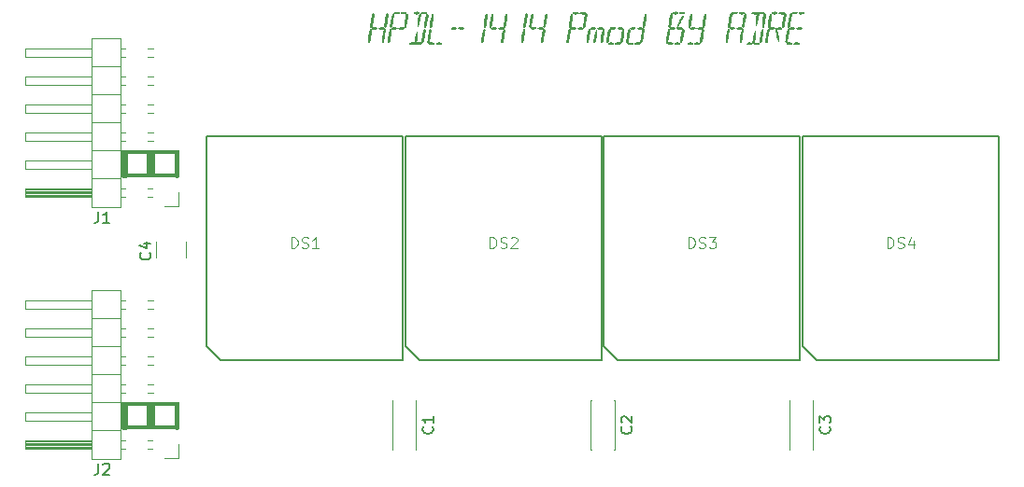
<source format=gto>
G04 #@! TF.GenerationSoftware,KiCad,Pcbnew,7.0.9*
G04 #@! TF.CreationDate,2024-09-19T22:53:54+02:00*
G04 #@! TF.ProjectId,hpdl_1414_pmod,6870646c-5f31-4343-9134-5f706d6f642e,rev?*
G04 #@! TF.SameCoordinates,Original*
G04 #@! TF.FileFunction,Legend,Top*
G04 #@! TF.FilePolarity,Positive*
%FSLAX46Y46*%
G04 Gerber Fmt 4.6, Leading zero omitted, Abs format (unit mm)*
G04 Created by KiCad (PCBNEW 7.0.9) date 2024-09-19 22:53:54*
%MOMM*%
%LPD*%
G01*
G04 APERTURE LIST*
%ADD10C,0.150000*%
%ADD11C,0.100000*%
%ADD12C,0.120000*%
%ADD13C,0.300000*%
%ADD14C,0.400000*%
%ADD15C,0.800000*%
G04 APERTURE END LIST*
D10*
X149059580Y-88166666D02*
X149107200Y-88214285D01*
X149107200Y-88214285D02*
X149154819Y-88357142D01*
X149154819Y-88357142D02*
X149154819Y-88452380D01*
X149154819Y-88452380D02*
X149107200Y-88595237D01*
X149107200Y-88595237D02*
X149011961Y-88690475D01*
X149011961Y-88690475D02*
X148916723Y-88738094D01*
X148916723Y-88738094D02*
X148726247Y-88785713D01*
X148726247Y-88785713D02*
X148583390Y-88785713D01*
X148583390Y-88785713D02*
X148392914Y-88738094D01*
X148392914Y-88738094D02*
X148297676Y-88690475D01*
X148297676Y-88690475D02*
X148202438Y-88595237D01*
X148202438Y-88595237D02*
X148154819Y-88452380D01*
X148154819Y-88452380D02*
X148154819Y-88357142D01*
X148154819Y-88357142D02*
X148202438Y-88214285D01*
X148202438Y-88214285D02*
X148250057Y-88166666D01*
X148250057Y-87785713D02*
X148202438Y-87738094D01*
X148202438Y-87738094D02*
X148154819Y-87642856D01*
X148154819Y-87642856D02*
X148154819Y-87404761D01*
X148154819Y-87404761D02*
X148202438Y-87309523D01*
X148202438Y-87309523D02*
X148250057Y-87261904D01*
X148250057Y-87261904D02*
X148345295Y-87214285D01*
X148345295Y-87214285D02*
X148440533Y-87214285D01*
X148440533Y-87214285D02*
X148583390Y-87261904D01*
X148583390Y-87261904D02*
X149154819Y-87833332D01*
X149154819Y-87833332D02*
X149154819Y-87214285D01*
D11*
X136285714Y-71957419D02*
X136285714Y-70957419D01*
X136285714Y-70957419D02*
X136523809Y-70957419D01*
X136523809Y-70957419D02*
X136666666Y-71005038D01*
X136666666Y-71005038D02*
X136761904Y-71100276D01*
X136761904Y-71100276D02*
X136809523Y-71195514D01*
X136809523Y-71195514D02*
X136857142Y-71385990D01*
X136857142Y-71385990D02*
X136857142Y-71528847D01*
X136857142Y-71528847D02*
X136809523Y-71719323D01*
X136809523Y-71719323D02*
X136761904Y-71814561D01*
X136761904Y-71814561D02*
X136666666Y-71909800D01*
X136666666Y-71909800D02*
X136523809Y-71957419D01*
X136523809Y-71957419D02*
X136285714Y-71957419D01*
X137238095Y-71909800D02*
X137380952Y-71957419D01*
X137380952Y-71957419D02*
X137619047Y-71957419D01*
X137619047Y-71957419D02*
X137714285Y-71909800D01*
X137714285Y-71909800D02*
X137761904Y-71862180D01*
X137761904Y-71862180D02*
X137809523Y-71766942D01*
X137809523Y-71766942D02*
X137809523Y-71671704D01*
X137809523Y-71671704D02*
X137761904Y-71576466D01*
X137761904Y-71576466D02*
X137714285Y-71528847D01*
X137714285Y-71528847D02*
X137619047Y-71481228D01*
X137619047Y-71481228D02*
X137428571Y-71433609D01*
X137428571Y-71433609D02*
X137333333Y-71385990D01*
X137333333Y-71385990D02*
X137285714Y-71338371D01*
X137285714Y-71338371D02*
X137238095Y-71243133D01*
X137238095Y-71243133D02*
X137238095Y-71147895D01*
X137238095Y-71147895D02*
X137285714Y-71052657D01*
X137285714Y-71052657D02*
X137333333Y-71005038D01*
X137333333Y-71005038D02*
X137428571Y-70957419D01*
X137428571Y-70957419D02*
X137666666Y-70957419D01*
X137666666Y-70957419D02*
X137809523Y-71005038D01*
X138190476Y-71052657D02*
X138238095Y-71005038D01*
X138238095Y-71005038D02*
X138333333Y-70957419D01*
X138333333Y-70957419D02*
X138571428Y-70957419D01*
X138571428Y-70957419D02*
X138666666Y-71005038D01*
X138666666Y-71005038D02*
X138714285Y-71052657D01*
X138714285Y-71052657D02*
X138761904Y-71147895D01*
X138761904Y-71147895D02*
X138761904Y-71243133D01*
X138761904Y-71243133D02*
X138714285Y-71385990D01*
X138714285Y-71385990D02*
X138142857Y-71957419D01*
X138142857Y-71957419D02*
X138761904Y-71957419D01*
X154285714Y-71957419D02*
X154285714Y-70957419D01*
X154285714Y-70957419D02*
X154523809Y-70957419D01*
X154523809Y-70957419D02*
X154666666Y-71005038D01*
X154666666Y-71005038D02*
X154761904Y-71100276D01*
X154761904Y-71100276D02*
X154809523Y-71195514D01*
X154809523Y-71195514D02*
X154857142Y-71385990D01*
X154857142Y-71385990D02*
X154857142Y-71528847D01*
X154857142Y-71528847D02*
X154809523Y-71719323D01*
X154809523Y-71719323D02*
X154761904Y-71814561D01*
X154761904Y-71814561D02*
X154666666Y-71909800D01*
X154666666Y-71909800D02*
X154523809Y-71957419D01*
X154523809Y-71957419D02*
X154285714Y-71957419D01*
X155238095Y-71909800D02*
X155380952Y-71957419D01*
X155380952Y-71957419D02*
X155619047Y-71957419D01*
X155619047Y-71957419D02*
X155714285Y-71909800D01*
X155714285Y-71909800D02*
X155761904Y-71862180D01*
X155761904Y-71862180D02*
X155809523Y-71766942D01*
X155809523Y-71766942D02*
X155809523Y-71671704D01*
X155809523Y-71671704D02*
X155761904Y-71576466D01*
X155761904Y-71576466D02*
X155714285Y-71528847D01*
X155714285Y-71528847D02*
X155619047Y-71481228D01*
X155619047Y-71481228D02*
X155428571Y-71433609D01*
X155428571Y-71433609D02*
X155333333Y-71385990D01*
X155333333Y-71385990D02*
X155285714Y-71338371D01*
X155285714Y-71338371D02*
X155238095Y-71243133D01*
X155238095Y-71243133D02*
X155238095Y-71147895D01*
X155238095Y-71147895D02*
X155285714Y-71052657D01*
X155285714Y-71052657D02*
X155333333Y-71005038D01*
X155333333Y-71005038D02*
X155428571Y-70957419D01*
X155428571Y-70957419D02*
X155666666Y-70957419D01*
X155666666Y-70957419D02*
X155809523Y-71005038D01*
X156142857Y-70957419D02*
X156761904Y-70957419D01*
X156761904Y-70957419D02*
X156428571Y-71338371D01*
X156428571Y-71338371D02*
X156571428Y-71338371D01*
X156571428Y-71338371D02*
X156666666Y-71385990D01*
X156666666Y-71385990D02*
X156714285Y-71433609D01*
X156714285Y-71433609D02*
X156761904Y-71528847D01*
X156761904Y-71528847D02*
X156761904Y-71766942D01*
X156761904Y-71766942D02*
X156714285Y-71862180D01*
X156714285Y-71862180D02*
X156666666Y-71909800D01*
X156666666Y-71909800D02*
X156571428Y-71957419D01*
X156571428Y-71957419D02*
X156285714Y-71957419D01*
X156285714Y-71957419D02*
X156190476Y-71909800D01*
X156190476Y-71909800D02*
X156142857Y-71862180D01*
X118285714Y-71957419D02*
X118285714Y-70957419D01*
X118285714Y-70957419D02*
X118523809Y-70957419D01*
X118523809Y-70957419D02*
X118666666Y-71005038D01*
X118666666Y-71005038D02*
X118761904Y-71100276D01*
X118761904Y-71100276D02*
X118809523Y-71195514D01*
X118809523Y-71195514D02*
X118857142Y-71385990D01*
X118857142Y-71385990D02*
X118857142Y-71528847D01*
X118857142Y-71528847D02*
X118809523Y-71719323D01*
X118809523Y-71719323D02*
X118761904Y-71814561D01*
X118761904Y-71814561D02*
X118666666Y-71909800D01*
X118666666Y-71909800D02*
X118523809Y-71957419D01*
X118523809Y-71957419D02*
X118285714Y-71957419D01*
X119238095Y-71909800D02*
X119380952Y-71957419D01*
X119380952Y-71957419D02*
X119619047Y-71957419D01*
X119619047Y-71957419D02*
X119714285Y-71909800D01*
X119714285Y-71909800D02*
X119761904Y-71862180D01*
X119761904Y-71862180D02*
X119809523Y-71766942D01*
X119809523Y-71766942D02*
X119809523Y-71671704D01*
X119809523Y-71671704D02*
X119761904Y-71576466D01*
X119761904Y-71576466D02*
X119714285Y-71528847D01*
X119714285Y-71528847D02*
X119619047Y-71481228D01*
X119619047Y-71481228D02*
X119428571Y-71433609D01*
X119428571Y-71433609D02*
X119333333Y-71385990D01*
X119333333Y-71385990D02*
X119285714Y-71338371D01*
X119285714Y-71338371D02*
X119238095Y-71243133D01*
X119238095Y-71243133D02*
X119238095Y-71147895D01*
X119238095Y-71147895D02*
X119285714Y-71052657D01*
X119285714Y-71052657D02*
X119333333Y-71005038D01*
X119333333Y-71005038D02*
X119428571Y-70957419D01*
X119428571Y-70957419D02*
X119666666Y-70957419D01*
X119666666Y-70957419D02*
X119809523Y-71005038D01*
X120761904Y-71957419D02*
X120190476Y-71957419D01*
X120476190Y-71957419D02*
X120476190Y-70957419D01*
X120476190Y-70957419D02*
X120380952Y-71100276D01*
X120380952Y-71100276D02*
X120285714Y-71195514D01*
X120285714Y-71195514D02*
X120190476Y-71243133D01*
X172285714Y-71957419D02*
X172285714Y-70957419D01*
X172285714Y-70957419D02*
X172523809Y-70957419D01*
X172523809Y-70957419D02*
X172666666Y-71005038D01*
X172666666Y-71005038D02*
X172761904Y-71100276D01*
X172761904Y-71100276D02*
X172809523Y-71195514D01*
X172809523Y-71195514D02*
X172857142Y-71385990D01*
X172857142Y-71385990D02*
X172857142Y-71528847D01*
X172857142Y-71528847D02*
X172809523Y-71719323D01*
X172809523Y-71719323D02*
X172761904Y-71814561D01*
X172761904Y-71814561D02*
X172666666Y-71909800D01*
X172666666Y-71909800D02*
X172523809Y-71957419D01*
X172523809Y-71957419D02*
X172285714Y-71957419D01*
X173238095Y-71909800D02*
X173380952Y-71957419D01*
X173380952Y-71957419D02*
X173619047Y-71957419D01*
X173619047Y-71957419D02*
X173714285Y-71909800D01*
X173714285Y-71909800D02*
X173761904Y-71862180D01*
X173761904Y-71862180D02*
X173809523Y-71766942D01*
X173809523Y-71766942D02*
X173809523Y-71671704D01*
X173809523Y-71671704D02*
X173761904Y-71576466D01*
X173761904Y-71576466D02*
X173714285Y-71528847D01*
X173714285Y-71528847D02*
X173619047Y-71481228D01*
X173619047Y-71481228D02*
X173428571Y-71433609D01*
X173428571Y-71433609D02*
X173333333Y-71385990D01*
X173333333Y-71385990D02*
X173285714Y-71338371D01*
X173285714Y-71338371D02*
X173238095Y-71243133D01*
X173238095Y-71243133D02*
X173238095Y-71147895D01*
X173238095Y-71147895D02*
X173285714Y-71052657D01*
X173285714Y-71052657D02*
X173333333Y-71005038D01*
X173333333Y-71005038D02*
X173428571Y-70957419D01*
X173428571Y-70957419D02*
X173666666Y-70957419D01*
X173666666Y-70957419D02*
X173809523Y-71005038D01*
X174666666Y-71290752D02*
X174666666Y-71957419D01*
X174428571Y-70909800D02*
X174190476Y-71624085D01*
X174190476Y-71624085D02*
X174809523Y-71624085D01*
D10*
X100811666Y-91504819D02*
X100811666Y-92219104D01*
X100811666Y-92219104D02*
X100764047Y-92361961D01*
X100764047Y-92361961D02*
X100668809Y-92457200D01*
X100668809Y-92457200D02*
X100525952Y-92504819D01*
X100525952Y-92504819D02*
X100430714Y-92504819D01*
X101240238Y-91600057D02*
X101287857Y-91552438D01*
X101287857Y-91552438D02*
X101383095Y-91504819D01*
X101383095Y-91504819D02*
X101621190Y-91504819D01*
X101621190Y-91504819D02*
X101716428Y-91552438D01*
X101716428Y-91552438D02*
X101764047Y-91600057D01*
X101764047Y-91600057D02*
X101811666Y-91695295D01*
X101811666Y-91695295D02*
X101811666Y-91790533D01*
X101811666Y-91790533D02*
X101764047Y-91933390D01*
X101764047Y-91933390D02*
X101192619Y-92504819D01*
X101192619Y-92504819D02*
X101811666Y-92504819D01*
X167059580Y-88166666D02*
X167107200Y-88214285D01*
X167107200Y-88214285D02*
X167154819Y-88357142D01*
X167154819Y-88357142D02*
X167154819Y-88452380D01*
X167154819Y-88452380D02*
X167107200Y-88595237D01*
X167107200Y-88595237D02*
X167011961Y-88690475D01*
X167011961Y-88690475D02*
X166916723Y-88738094D01*
X166916723Y-88738094D02*
X166726247Y-88785713D01*
X166726247Y-88785713D02*
X166583390Y-88785713D01*
X166583390Y-88785713D02*
X166392914Y-88738094D01*
X166392914Y-88738094D02*
X166297676Y-88690475D01*
X166297676Y-88690475D02*
X166202438Y-88595237D01*
X166202438Y-88595237D02*
X166154819Y-88452380D01*
X166154819Y-88452380D02*
X166154819Y-88357142D01*
X166154819Y-88357142D02*
X166202438Y-88214285D01*
X166202438Y-88214285D02*
X166250057Y-88166666D01*
X166154819Y-87833332D02*
X166154819Y-87214285D01*
X166154819Y-87214285D02*
X166535771Y-87547618D01*
X166535771Y-87547618D02*
X166535771Y-87404761D01*
X166535771Y-87404761D02*
X166583390Y-87309523D01*
X166583390Y-87309523D02*
X166631009Y-87261904D01*
X166631009Y-87261904D02*
X166726247Y-87214285D01*
X166726247Y-87214285D02*
X166964342Y-87214285D01*
X166964342Y-87214285D02*
X167059580Y-87261904D01*
X167059580Y-87261904D02*
X167107200Y-87309523D01*
X167107200Y-87309523D02*
X167154819Y-87404761D01*
X167154819Y-87404761D02*
X167154819Y-87690475D01*
X167154819Y-87690475D02*
X167107200Y-87785713D01*
X167107200Y-87785713D02*
X167059580Y-87833332D01*
X100811666Y-68644819D02*
X100811666Y-69359104D01*
X100811666Y-69359104D02*
X100764047Y-69501961D01*
X100764047Y-69501961D02*
X100668809Y-69597200D01*
X100668809Y-69597200D02*
X100525952Y-69644819D01*
X100525952Y-69644819D02*
X100430714Y-69644819D01*
X101811666Y-69644819D02*
X101240238Y-69644819D01*
X101525952Y-69644819D02*
X101525952Y-68644819D01*
X101525952Y-68644819D02*
X101430714Y-68787676D01*
X101430714Y-68787676D02*
X101335476Y-68882914D01*
X101335476Y-68882914D02*
X101240238Y-68930533D01*
X105459580Y-72366666D02*
X105507200Y-72414285D01*
X105507200Y-72414285D02*
X105554819Y-72557142D01*
X105554819Y-72557142D02*
X105554819Y-72652380D01*
X105554819Y-72652380D02*
X105507200Y-72795237D01*
X105507200Y-72795237D02*
X105411961Y-72890475D01*
X105411961Y-72890475D02*
X105316723Y-72938094D01*
X105316723Y-72938094D02*
X105126247Y-72985713D01*
X105126247Y-72985713D02*
X104983390Y-72985713D01*
X104983390Y-72985713D02*
X104792914Y-72938094D01*
X104792914Y-72938094D02*
X104697676Y-72890475D01*
X104697676Y-72890475D02*
X104602438Y-72795237D01*
X104602438Y-72795237D02*
X104554819Y-72652380D01*
X104554819Y-72652380D02*
X104554819Y-72557142D01*
X104554819Y-72557142D02*
X104602438Y-72414285D01*
X104602438Y-72414285D02*
X104650057Y-72366666D01*
X104888152Y-71509523D02*
X105554819Y-71509523D01*
X104507200Y-71747618D02*
X105221485Y-71985713D01*
X105221485Y-71985713D02*
X105221485Y-71366666D01*
X131059580Y-88166666D02*
X131107200Y-88214285D01*
X131107200Y-88214285D02*
X131154819Y-88357142D01*
X131154819Y-88357142D02*
X131154819Y-88452380D01*
X131154819Y-88452380D02*
X131107200Y-88595237D01*
X131107200Y-88595237D02*
X131011961Y-88690475D01*
X131011961Y-88690475D02*
X130916723Y-88738094D01*
X130916723Y-88738094D02*
X130726247Y-88785713D01*
X130726247Y-88785713D02*
X130583390Y-88785713D01*
X130583390Y-88785713D02*
X130392914Y-88738094D01*
X130392914Y-88738094D02*
X130297676Y-88690475D01*
X130297676Y-88690475D02*
X130202438Y-88595237D01*
X130202438Y-88595237D02*
X130154819Y-88452380D01*
X130154819Y-88452380D02*
X130154819Y-88357142D01*
X130154819Y-88357142D02*
X130202438Y-88214285D01*
X130202438Y-88214285D02*
X130250057Y-88166666D01*
X131154819Y-87214285D02*
X131154819Y-87785713D01*
X131154819Y-87499999D02*
X130154819Y-87499999D01*
X130154819Y-87499999D02*
X130297676Y-87595237D01*
X130297676Y-87595237D02*
X130392914Y-87690475D01*
X130392914Y-87690475D02*
X130440533Y-87785713D01*
D12*
X147570000Y-85730000D02*
X147555000Y-85730000D01*
X147570000Y-85730000D02*
X147570000Y-90270000D01*
X145445000Y-85730000D02*
X145430000Y-85730000D01*
X145430000Y-85730000D02*
X145430000Y-90270000D01*
X147570000Y-90270000D02*
X147555000Y-90270000D01*
X145445000Y-90270000D02*
X145430000Y-90270000D01*
D10*
X128610000Y-61840000D02*
X128610000Y-80890000D01*
X128610000Y-80890000D02*
X129880000Y-82160000D01*
X129880000Y-82160000D02*
X146390000Y-82160000D01*
X146390000Y-61840000D02*
X128610000Y-61840000D01*
X146390000Y-82160000D02*
X146390000Y-61840000D01*
X146610000Y-61840000D02*
X146610000Y-80890000D01*
X146610000Y-80890000D02*
X147880000Y-82160000D01*
X147880000Y-82160000D02*
X164390000Y-82160000D01*
X164390000Y-61840000D02*
X146610000Y-61840000D01*
X164390000Y-82160000D02*
X164390000Y-61840000D01*
X110610000Y-61840000D02*
X110610000Y-80890000D01*
X110610000Y-80890000D02*
X111880000Y-82160000D01*
X111880000Y-82160000D02*
X128390000Y-82160000D01*
X128390000Y-61840000D02*
X110610000Y-61840000D01*
X128390000Y-82160000D02*
X128390000Y-61840000D01*
X164610000Y-61840000D02*
X164610000Y-80890000D01*
X164610000Y-80890000D02*
X165880000Y-82160000D01*
X165880000Y-82160000D02*
X182390000Y-82160000D01*
X182390000Y-61840000D02*
X164610000Y-61840000D01*
X182390000Y-82160000D02*
X182390000Y-61840000D01*
D12*
X108070000Y-91050000D02*
X106800000Y-91050000D01*
X108070000Y-89780000D02*
X108070000Y-91050000D01*
D13*
X108000000Y-88230000D02*
X102950000Y-88230000D01*
X108000000Y-86130000D02*
X102950000Y-86130000D01*
D14*
X107900000Y-88180000D02*
X107900000Y-86180000D01*
D12*
X105757071Y-87620000D02*
X105302929Y-87620000D01*
X105757071Y-86860000D02*
X105302929Y-86860000D01*
X105757071Y-85080000D02*
X105302929Y-85080000D01*
X105757071Y-84320000D02*
X105302929Y-84320000D01*
X105757071Y-82540000D02*
X105302929Y-82540000D01*
X105757071Y-81780000D02*
X105302929Y-81780000D01*
X105757071Y-80000000D02*
X105302929Y-80000000D01*
X105757071Y-79240000D02*
X105302929Y-79240000D01*
X105757071Y-77460000D02*
X105302929Y-77460000D01*
X105757071Y-76700000D02*
X105302929Y-76700000D01*
X105690000Y-90160000D02*
X105302929Y-90160000D01*
X105690000Y-89400000D02*
X105302929Y-89400000D01*
D15*
X105550000Y-87980000D02*
X105550000Y-86330000D01*
D12*
X103217071Y-90160000D02*
X102820000Y-90160000D01*
X103217071Y-89400000D02*
X102820000Y-89400000D01*
X103217071Y-87620000D02*
X102820000Y-87620000D01*
X103217071Y-86860000D02*
X102820000Y-86860000D01*
X103217071Y-85080000D02*
X102820000Y-85080000D01*
X103217071Y-84320000D02*
X102820000Y-84320000D01*
X103217071Y-82540000D02*
X102820000Y-82540000D01*
X103217071Y-81780000D02*
X102820000Y-81780000D01*
X103217071Y-80000000D02*
X102820000Y-80000000D01*
X103217071Y-79240000D02*
X102820000Y-79240000D01*
X103217071Y-77460000D02*
X102820000Y-77460000D01*
X103217071Y-76700000D02*
X102820000Y-76700000D01*
D14*
X103200000Y-88180000D02*
X103200000Y-86180000D01*
X103050000Y-88180000D02*
X103050000Y-86180000D01*
D12*
X102820000Y-91110000D02*
X102820000Y-75750000D01*
X102820000Y-88510000D02*
X100160000Y-88510000D01*
X102820000Y-85970000D02*
X100160000Y-85970000D01*
X102820000Y-83430000D02*
X100160000Y-83430000D01*
X102820000Y-80890000D02*
X100160000Y-80890000D01*
X102820000Y-78350000D02*
X100160000Y-78350000D01*
X102820000Y-75750000D02*
X100160000Y-75750000D01*
X100160000Y-91110000D02*
X102820000Y-91110000D01*
X100160000Y-90160000D02*
X94160000Y-90160000D01*
X100160000Y-90100000D02*
X94160000Y-90100000D01*
X100160000Y-89980000D02*
X94160000Y-89980000D01*
X100160000Y-89860000D02*
X94160000Y-89860000D01*
X100160000Y-89740000D02*
X94160000Y-89740000D01*
X100160000Y-89620000D02*
X94160000Y-89620000D01*
X100160000Y-89500000D02*
X94160000Y-89500000D01*
X100160000Y-87620000D02*
X94160000Y-87620000D01*
X100160000Y-85080000D02*
X94160000Y-85080000D01*
X100160000Y-82540000D02*
X94160000Y-82540000D01*
X100160000Y-80000000D02*
X94160000Y-80000000D01*
X100160000Y-77460000D02*
X94160000Y-77460000D01*
X100160000Y-75750000D02*
X100160000Y-91110000D01*
X94160000Y-90160000D02*
X94160000Y-89400000D01*
X94160000Y-89400000D02*
X100160000Y-89400000D01*
X94160000Y-87620000D02*
X94160000Y-86860000D01*
X94160000Y-86860000D02*
X100160000Y-86860000D01*
X94160000Y-85080000D02*
X94160000Y-84320000D01*
X94160000Y-84320000D02*
X100160000Y-84320000D01*
X94160000Y-82540000D02*
X94160000Y-81780000D01*
X94160000Y-81780000D02*
X100160000Y-81780000D01*
X94160000Y-80000000D02*
X94160000Y-79240000D01*
X94160000Y-79240000D02*
X100160000Y-79240000D01*
X94160000Y-77460000D02*
X94160000Y-76700000D01*
X94160000Y-76700000D02*
X100160000Y-76700000D01*
X108100000Y-88330000D02*
X102820000Y-88330000D01*
X102820000Y-88330000D02*
X102820000Y-85970000D01*
X102820000Y-85970000D02*
X108100000Y-85970000D01*
X108100000Y-85970000D02*
X108100000Y-88330000D01*
X165570000Y-85730000D02*
X165555000Y-85730000D01*
X165570000Y-85730000D02*
X165570000Y-90270000D01*
X163445000Y-85730000D02*
X163430000Y-85730000D01*
X163430000Y-85730000D02*
X163430000Y-90270000D01*
X165570000Y-90270000D02*
X165555000Y-90270000D01*
X163445000Y-90270000D02*
X163430000Y-90270000D01*
G36*
X159427274Y-50618024D02*
G01*
X159426118Y-50616748D01*
X159436084Y-50608005D01*
X159427274Y-50618024D01*
G37*
G36*
X144654107Y-51890420D02*
G01*
X144736814Y-51940423D01*
X144775387Y-51988880D01*
X144770948Y-52022044D01*
X144722556Y-52065546D01*
X144624566Y-52110845D01*
X144497917Y-52125083D01*
X144368284Y-52108211D01*
X144270305Y-52066401D01*
X144181865Y-52008091D01*
X144289637Y-51941484D01*
X144409960Y-51890626D01*
X144538191Y-51873588D01*
X144654107Y-51890420D01*
G37*
G36*
X133144339Y-51887628D02*
G01*
X133231464Y-51923572D01*
X133289129Y-51976018D01*
X133289337Y-52019928D01*
X133230560Y-52065631D01*
X133208697Y-52077399D01*
X133094860Y-52115452D01*
X132971326Y-52125084D01*
X132860410Y-52107043D01*
X132785437Y-52063208D01*
X132749912Y-52017204D01*
X132756059Y-51983493D01*
X132804050Y-51939126D01*
X132898644Y-51893599D01*
X133021474Y-51876091D01*
X133144339Y-51887628D01*
G37*
G36*
X164464821Y-51883726D02*
G01*
X164546873Y-51924169D01*
X164562715Y-51942051D01*
X164590989Y-51993517D01*
X164577343Y-52031282D01*
X164536094Y-52067174D01*
X164438804Y-52110867D01*
X164313313Y-52125344D01*
X164186673Y-52110733D01*
X164085936Y-52067159D01*
X164083123Y-52065042D01*
X164006762Y-52006352D01*
X164114404Y-51940732D01*
X164229395Y-51891951D01*
X164352598Y-51872967D01*
X164464821Y-51883726D01*
G37*
G36*
X133864911Y-51892900D02*
G01*
X133921213Y-51940435D01*
X133945234Y-51998150D01*
X133923361Y-52047974D01*
X133908249Y-52065558D01*
X133833659Y-52108177D01*
X133724970Y-52126132D01*
X133605545Y-52119502D01*
X133498745Y-52088369D01*
X133457857Y-52064006D01*
X133408574Y-52019724D01*
X133394579Y-51993399D01*
X133395295Y-51992672D01*
X133515450Y-51922134D01*
X133644103Y-51880966D01*
X133765756Y-51870708D01*
X133864911Y-51892900D01*
G37*
G36*
X149355468Y-51886162D02*
G01*
X149459410Y-51931230D01*
X149469764Y-51939262D01*
X149518028Y-51984969D01*
X149532813Y-52010644D01*
X149532326Y-52011155D01*
X149412145Y-52081255D01*
X149279044Y-52121355D01*
X149150383Y-52129626D01*
X149043521Y-52104240D01*
X148993196Y-52067971D01*
X148961460Y-52024494D01*
X148969820Y-51988539D01*
X149013824Y-51942848D01*
X149107384Y-51892170D01*
X149229696Y-51873208D01*
X149355468Y-51886162D01*
G37*
G36*
X154600761Y-53291851D02*
G01*
X154689614Y-53319661D01*
X154719362Y-53365633D01*
X154689557Y-53429456D01*
X154680873Y-53439503D01*
X154613669Y-53478690D01*
X154511709Y-53501222D01*
X154395572Y-53506990D01*
X154285836Y-53495887D01*
X154203080Y-53467804D01*
X154174561Y-53442167D01*
X154157454Y-53375095D01*
X154198482Y-53325218D01*
X154295253Y-53293908D01*
X154445374Y-53282534D01*
X154453252Y-53282513D01*
X154600761Y-53291851D01*
G37*
G36*
X129816312Y-50511683D02*
G01*
X129894251Y-50548043D01*
X129902125Y-50555675D01*
X129933861Y-50599152D01*
X129925501Y-50635107D01*
X129881497Y-50680798D01*
X129795116Y-50728599D01*
X129679759Y-50751331D01*
X129558716Y-50748728D01*
X129455277Y-50720526D01*
X129406528Y-50686207D01*
X129368534Y-50637025D01*
X129374233Y-50599926D01*
X129406528Y-50561084D01*
X129477860Y-50520008D01*
X129585207Y-50497916D01*
X129705661Y-50495058D01*
X129816312Y-50511683D01*
G37*
G36*
X164220556Y-53288202D02*
G01*
X164296453Y-53306484D01*
X164342573Y-53339997D01*
X164376929Y-53387091D01*
X164364348Y-53423084D01*
X164337138Y-53449480D01*
X164273653Y-53478295D01*
X164172807Y-53496306D01*
X164056280Y-53502885D01*
X163945748Y-53497406D01*
X163862890Y-53479240D01*
X163837291Y-53463941D01*
X163801862Y-53401806D01*
X163823369Y-53349211D01*
X163896462Y-53309832D01*
X164015791Y-53287346D01*
X164099894Y-53283507D01*
X164220556Y-53288202D01*
G37*
G36*
X127747883Y-51893545D02*
G01*
X127829842Y-51928543D01*
X127891195Y-51969240D01*
X127920149Y-51997219D01*
X127920492Y-51998925D01*
X127896025Y-52023859D01*
X127836179Y-52063385D01*
X127824115Y-52070382D01*
X127718057Y-52109927D01*
X127596500Y-52125139D01*
X127481597Y-52116139D01*
X127395499Y-52083047D01*
X127378171Y-52067971D01*
X127346435Y-52024494D01*
X127354796Y-51988539D01*
X127398800Y-51942848D01*
X127494013Y-51891484D01*
X127618234Y-51874788D01*
X127747883Y-51893545D01*
G37*
G36*
X131818629Y-53295958D02*
G01*
X131896549Y-53332388D01*
X131904396Y-53339997D01*
X131938751Y-53387091D01*
X131926171Y-53423084D01*
X131898961Y-53449480D01*
X131832077Y-53480876D01*
X131729390Y-53499082D01*
X131612119Y-53503909D01*
X131501479Y-53495169D01*
X131418687Y-53472676D01*
X131392371Y-53453970D01*
X131370928Y-53409021D01*
X131395287Y-53360344D01*
X131409029Y-53344487D01*
X131480233Y-53303634D01*
X131587529Y-53281789D01*
X131707975Y-53279161D01*
X131818629Y-53295958D01*
G37*
G36*
X136756750Y-51893545D02*
G01*
X136838709Y-51928543D01*
X136900062Y-51969240D01*
X136929016Y-51997219D01*
X136929359Y-51998925D01*
X136904892Y-52023859D01*
X136845046Y-52063385D01*
X136832982Y-52070382D01*
X136726924Y-52109927D01*
X136605367Y-52125139D01*
X136490464Y-52116139D01*
X136404366Y-52083047D01*
X136387038Y-52067971D01*
X136355302Y-52024494D01*
X136363663Y-51988539D01*
X136407667Y-51942848D01*
X136502880Y-51891484D01*
X136627101Y-51874788D01*
X136756750Y-51893545D01*
G37*
G36*
X144239373Y-50512901D02*
G01*
X144317391Y-50550751D01*
X144324247Y-50557530D01*
X144356421Y-50600409D01*
X144349244Y-50633632D01*
X144297172Y-50679837D01*
X144293596Y-50682653D01*
X144197007Y-50730254D01*
X144077272Y-50751142D01*
X143957178Y-50745143D01*
X143859510Y-50712085D01*
X143826971Y-50686207D01*
X143788978Y-50637025D01*
X143794676Y-50599926D01*
X143826971Y-50561084D01*
X143899139Y-50519430D01*
X144007256Y-50497406D01*
X144128331Y-50495175D01*
X144239373Y-50512901D01*
G37*
G36*
X145765617Y-51893545D02*
G01*
X145847576Y-51928543D01*
X145908929Y-51969240D01*
X145937883Y-51997219D01*
X145938226Y-51998925D01*
X145913759Y-52023859D01*
X145853913Y-52063385D01*
X145841849Y-52070382D01*
X145735791Y-52109927D01*
X145614234Y-52125139D01*
X145499331Y-52116139D01*
X145413233Y-52083047D01*
X145395905Y-52067971D01*
X145364169Y-52024494D01*
X145372530Y-51988539D01*
X145416534Y-51942848D01*
X145511747Y-51891484D01*
X145635968Y-51874788D01*
X145765617Y-51893545D01*
G37*
G36*
X145964420Y-52391010D02*
G01*
X145965120Y-52614517D01*
X145953291Y-52825526D01*
X145930489Y-53012970D01*
X145898273Y-53165785D01*
X145858201Y-53272902D01*
X145835609Y-53305973D01*
X145776703Y-53362193D01*
X145737710Y-53367724D01*
X145701350Y-53322178D01*
X145690629Y-53302733D01*
X145670599Y-53215440D01*
X145673961Y-53080917D01*
X145699055Y-52909261D01*
X145744222Y-52710571D01*
X145807802Y-52494943D01*
X145837864Y-52406651D01*
X145954064Y-52078202D01*
X145964420Y-52391010D01*
G37*
G36*
X147383382Y-53288705D02*
G01*
X147465185Y-53316786D01*
X147488807Y-53337254D01*
X147512156Y-53388992D01*
X147486787Y-53438545D01*
X147479587Y-53446737D01*
X147418204Y-53479260D01*
X147318532Y-53498725D01*
X147201878Y-53504828D01*
X147089547Y-53497268D01*
X147002846Y-53475742D01*
X146970203Y-53453970D01*
X146948761Y-53409021D01*
X146973119Y-53360344D01*
X146986861Y-53344487D01*
X147053867Y-53305938D01*
X147156463Y-53283587D01*
X147273388Y-53277741D01*
X147383382Y-53288705D01*
G37*
G36*
X153248240Y-50512901D02*
G01*
X153326258Y-50550751D01*
X153333114Y-50557530D01*
X153365288Y-50600409D01*
X153358111Y-50633632D01*
X153306039Y-50679837D01*
X153302463Y-50682653D01*
X153205874Y-50730254D01*
X153086139Y-50751142D01*
X152966045Y-50745143D01*
X152868377Y-50712085D01*
X152835838Y-50686207D01*
X152797845Y-50637025D01*
X152803543Y-50599926D01*
X152835838Y-50561084D01*
X152908006Y-50519430D01*
X153016123Y-50497406D01*
X153137198Y-50495175D01*
X153248240Y-50512901D01*
G37*
G36*
X154774484Y-51893545D02*
G01*
X154856443Y-51928543D01*
X154917796Y-51969240D01*
X154946750Y-51997219D01*
X154947093Y-51998925D01*
X154922626Y-52023859D01*
X154862780Y-52063385D01*
X154850716Y-52070382D01*
X154744658Y-52109927D01*
X154623101Y-52125139D01*
X154508198Y-52116139D01*
X154422100Y-52083047D01*
X154404772Y-52067971D01*
X154373036Y-52024494D01*
X154381397Y-51988539D01*
X154425401Y-51942848D01*
X154520614Y-51891484D01*
X154644835Y-51874788D01*
X154774484Y-51893545D01*
G37*
G36*
X159234077Y-50500955D02*
G01*
X159304722Y-50514623D01*
X159360011Y-50549084D01*
X159423535Y-50613894D01*
X159426118Y-50616748D01*
X159355866Y-50678387D01*
X159264354Y-50727620D01*
X159146121Y-50751216D01*
X159023869Y-50748807D01*
X158920301Y-50720025D01*
X158873030Y-50686207D01*
X158835037Y-50637025D01*
X158840735Y-50599926D01*
X158873030Y-50561084D01*
X158920643Y-50524227D01*
X158990396Y-50504939D01*
X159100720Y-50498633D01*
X159124485Y-50498523D01*
X159234077Y-50500955D01*
G37*
G36*
X162257107Y-50512901D02*
G01*
X162335125Y-50550751D01*
X162341981Y-50557530D01*
X162374155Y-50600409D01*
X162366978Y-50633632D01*
X162314906Y-50679837D01*
X162311330Y-50682653D01*
X162214741Y-50730254D01*
X162095006Y-50751142D01*
X161974912Y-50745143D01*
X161877244Y-50712085D01*
X161844705Y-50686207D01*
X161806712Y-50637025D01*
X161812410Y-50599926D01*
X161844705Y-50561084D01*
X161916873Y-50519430D01*
X162024990Y-50497406D01*
X162146065Y-50495175D01*
X162257107Y-50512901D01*
G37*
G36*
X163783351Y-51893545D02*
G01*
X163865310Y-51928543D01*
X163926663Y-51969240D01*
X163955617Y-51997219D01*
X163955960Y-51998925D01*
X163931493Y-52023859D01*
X163871647Y-52063385D01*
X163859583Y-52070382D01*
X163753525Y-52109927D01*
X163631968Y-52125139D01*
X163517065Y-52116139D01*
X163430967Y-52083047D01*
X163413639Y-52067971D01*
X163381903Y-52024494D01*
X163390264Y-51988539D01*
X163434268Y-51942848D01*
X163529481Y-51891484D01*
X163653702Y-51874788D01*
X163783351Y-51893545D01*
G37*
G36*
X153840896Y-50501528D02*
G01*
X153911419Y-50513444D01*
X153952919Y-50538618D01*
X153971402Y-50562805D01*
X153993327Y-50614584D01*
X153972740Y-50656973D01*
X153939826Y-50686888D01*
X153852530Y-50729873D01*
X153736855Y-50749794D01*
X153615925Y-50746682D01*
X153512858Y-50720572D01*
X153461454Y-50686207D01*
X153423460Y-50637025D01*
X153429159Y-50599926D01*
X153461454Y-50561084D01*
X153506706Y-50525404D01*
X153572378Y-50506101D01*
X153676278Y-50498942D01*
X153724664Y-50498523D01*
X153840896Y-50501528D01*
G37*
G36*
X164545425Y-50505051D02*
G01*
X164666546Y-50515087D01*
X164739684Y-50534330D01*
X164779200Y-50566776D01*
X164781833Y-50570864D01*
X164790955Y-50630204D01*
X164751389Y-50681303D01*
X164676806Y-50720990D01*
X164580875Y-50746093D01*
X164477264Y-50753442D01*
X164379642Y-50739866D01*
X164301679Y-50702194D01*
X164284606Y-50686207D01*
X164246838Y-50637349D01*
X164252185Y-50600309D01*
X164285776Y-50559792D01*
X164328146Y-50524352D01*
X164385119Y-50506649D01*
X164475336Y-50502753D01*
X164545425Y-50505051D01*
G37*
G36*
X157937567Y-52039903D02*
G01*
X157982264Y-52080676D01*
X158045561Y-52143974D01*
X157956566Y-52696791D01*
X157918499Y-52921777D01*
X157885475Y-53090575D01*
X157856059Y-53209223D01*
X157828818Y-53283758D01*
X157810218Y-53312981D01*
X157749303Y-53366537D01*
X157705216Y-53363575D01*
X157665122Y-53302660D01*
X157662243Y-53296431D01*
X157652043Y-53230776D01*
X157654372Y-53117829D01*
X157667140Y-52970607D01*
X157688253Y-52802124D01*
X157715619Y-52625398D01*
X157747146Y-52453445D01*
X157780741Y-52299281D01*
X157814312Y-52175923D01*
X157845766Y-52096385D01*
X157857947Y-52079071D01*
X157904148Y-52037633D01*
X157937567Y-52039903D01*
G37*
G36*
X139449593Y-52083626D02*
G01*
X139457189Y-52095681D01*
X139469195Y-52154359D01*
X139468598Y-52261105D01*
X139457416Y-52403157D01*
X139437667Y-52567751D01*
X139411369Y-52742128D01*
X139380540Y-52913524D01*
X139347197Y-53069178D01*
X139313358Y-53196327D01*
X139281041Y-53282211D01*
X139265830Y-53305973D01*
X139207412Y-53362300D01*
X139168536Y-53367600D01*
X139131987Y-53321473D01*
X139121599Y-53302612D01*
X139109230Y-53238400D01*
X139109793Y-53127250D01*
X139121216Y-52981947D01*
X139141427Y-52815276D01*
X139168355Y-52640024D01*
X139199928Y-52468975D01*
X139234076Y-52314914D01*
X139268726Y-52190627D01*
X139301808Y-52108899D01*
X139318589Y-52086718D01*
X139378875Y-52042531D01*
X139414925Y-52041007D01*
X139449593Y-52083626D01*
G37*
G36*
X159431789Y-50623011D02*
G01*
X159500720Y-50708766D01*
X159529284Y-50775159D01*
X159527779Y-50834156D01*
X159517167Y-50895329D01*
X159499160Y-51004771D01*
X159475953Y-51148929D01*
X159449738Y-51314250D01*
X159438991Y-51382702D01*
X159402999Y-51595296D01*
X159370317Y-51750329D01*
X159339757Y-51852641D01*
X159310511Y-51906655D01*
X159254605Y-51958204D01*
X159211836Y-51959197D01*
X159162899Y-51913978D01*
X159146219Y-51889061D01*
X159136892Y-51853796D01*
X159135538Y-51798866D01*
X159142778Y-51714955D01*
X159159232Y-51592748D01*
X159185521Y-51422928D01*
X159202711Y-51316246D01*
X159237179Y-51110631D01*
X159265952Y-50957545D01*
X159291469Y-50847487D01*
X159316172Y-50770954D01*
X159342501Y-50718446D01*
X159363441Y-50690630D01*
X159427274Y-50618024D01*
X159431789Y-50623011D01*
G37*
G36*
X131185662Y-50691550D02*
G01*
X131202749Y-50722801D01*
X131212780Y-50760645D01*
X131215152Y-50814681D01*
X131209261Y-50894511D01*
X131194505Y-51009735D01*
X131170279Y-51169953D01*
X131146008Y-51322459D01*
X131111113Y-51532226D01*
X131082052Y-51687916D01*
X131056852Y-51797526D01*
X131033540Y-51869052D01*
X131010145Y-51910489D01*
X130998045Y-51922237D01*
X130939363Y-51960710D01*
X130901171Y-51959609D01*
X130867340Y-51931183D01*
X130848438Y-51906798D01*
X130836986Y-51872742D01*
X130833536Y-51820323D01*
X130838636Y-51740854D01*
X130852837Y-51625645D01*
X130876690Y-51466007D01*
X130909957Y-51258104D01*
X130942564Y-51064483D01*
X130969795Y-50922849D01*
X130994359Y-50823150D01*
X131018967Y-50755338D01*
X131046329Y-50709360D01*
X131063111Y-50690168D01*
X131136111Y-50615927D01*
X131185662Y-50691550D01*
G37*
G36*
X136065465Y-50691550D02*
G01*
X136082552Y-50722801D01*
X136092583Y-50760645D01*
X136094955Y-50814681D01*
X136089064Y-50894511D01*
X136074308Y-51009735D01*
X136050082Y-51169953D01*
X136025811Y-51322459D01*
X135990916Y-51532226D01*
X135961855Y-51687916D01*
X135936655Y-51797526D01*
X135913343Y-51869052D01*
X135889948Y-51910489D01*
X135877848Y-51922237D01*
X135819166Y-51960710D01*
X135780974Y-51959609D01*
X135747143Y-51931183D01*
X135728241Y-51906798D01*
X135716789Y-51872742D01*
X135713339Y-51820323D01*
X135718439Y-51740854D01*
X135732640Y-51625645D01*
X135756493Y-51466007D01*
X135789760Y-51258104D01*
X135822367Y-51064483D01*
X135849597Y-50922849D01*
X135874162Y-50823150D01*
X135898770Y-50755338D01*
X135926132Y-50709360D01*
X135942914Y-50690168D01*
X136015914Y-50615927D01*
X136065465Y-50691550D01*
G37*
G36*
X136594763Y-50690168D02*
G01*
X136611092Y-50722293D01*
X136620167Y-50762859D01*
X136621368Y-50821589D01*
X136614076Y-50908204D01*
X136597670Y-51032427D01*
X136571531Y-51203979D01*
X136555604Y-51304375D01*
X136517603Y-51529640D01*
X136484355Y-51698057D01*
X136454576Y-51815043D01*
X136426983Y-51886021D01*
X136413088Y-51906530D01*
X136357147Y-51958149D01*
X136314393Y-51959248D01*
X136265362Y-51913978D01*
X136248706Y-51889092D01*
X136239385Y-51853856D01*
X136238023Y-51798972D01*
X136245240Y-51715144D01*
X136261659Y-51593071D01*
X136287901Y-51423457D01*
X136305452Y-51314517D01*
X136338977Y-51113133D01*
X136366402Y-50964039D01*
X136390295Y-50857567D01*
X136413230Y-50784049D01*
X136437775Y-50733816D01*
X136466502Y-50697201D01*
X136470753Y-50692862D01*
X136547688Y-50615927D01*
X136594763Y-50690168D01*
G37*
G36*
X139661021Y-50682340D02*
G01*
X139661386Y-50682705D01*
X139682629Y-50705960D01*
X139696654Y-50732500D01*
X139703071Y-50771650D01*
X139701490Y-50832737D01*
X139691520Y-50925087D01*
X139672772Y-51058026D01*
X139644855Y-51240879D01*
X139635500Y-51301274D01*
X139601877Y-51510851D01*
X139573811Y-51666755D01*
X139549261Y-51777411D01*
X139526185Y-51851243D01*
X139502544Y-51896677D01*
X139487049Y-51913978D01*
X139423237Y-51960356D01*
X139377576Y-51958904D01*
X139337100Y-51920500D01*
X139325079Y-51869303D01*
X139325542Y-51769479D01*
X139336507Y-51633266D01*
X139355991Y-51472901D01*
X139382011Y-51300622D01*
X139412583Y-51128669D01*
X139445725Y-50969278D01*
X139479453Y-50834689D01*
X139511784Y-50737138D01*
X139535967Y-50693255D01*
X139583584Y-50645963D01*
X139616333Y-50643077D01*
X139661021Y-50682340D01*
G37*
G36*
X141474566Y-50690168D02*
G01*
X141490895Y-50722293D01*
X141499970Y-50762859D01*
X141501171Y-50821589D01*
X141493878Y-50908204D01*
X141477473Y-51032427D01*
X141451334Y-51203979D01*
X141435407Y-51304375D01*
X141397406Y-51529640D01*
X141364158Y-51698057D01*
X141334379Y-51815043D01*
X141306786Y-51886021D01*
X141292891Y-51906530D01*
X141236950Y-51958149D01*
X141194196Y-51959248D01*
X141145165Y-51913978D01*
X141128508Y-51889092D01*
X141119188Y-51853856D01*
X141117826Y-51798972D01*
X141125043Y-51715144D01*
X141141462Y-51593071D01*
X141167704Y-51423457D01*
X141185255Y-51314517D01*
X141218780Y-51113133D01*
X141246205Y-50964039D01*
X141270098Y-50857567D01*
X141293033Y-50784049D01*
X141317578Y-50733816D01*
X141346305Y-50697201D01*
X141350556Y-50692862D01*
X141427491Y-50615927D01*
X141474566Y-50690168D01*
G37*
G36*
X150483433Y-50690168D02*
G01*
X150499762Y-50722293D01*
X150508837Y-50762859D01*
X150510038Y-50821589D01*
X150502745Y-50908204D01*
X150486340Y-51032427D01*
X150460201Y-51203979D01*
X150444274Y-51304375D01*
X150406273Y-51529640D01*
X150373025Y-51698057D01*
X150343246Y-51815043D01*
X150315653Y-51886021D01*
X150301758Y-51906530D01*
X150245817Y-51958149D01*
X150203063Y-51959248D01*
X150154032Y-51913978D01*
X150137375Y-51889092D01*
X150128055Y-51853856D01*
X150126693Y-51798972D01*
X150133910Y-51715144D01*
X150150329Y-51593071D01*
X150176571Y-51423457D01*
X150194122Y-51314517D01*
X150227647Y-51113133D01*
X150255072Y-50964039D01*
X150278965Y-50857567D01*
X150301900Y-50784049D01*
X150326445Y-50733816D01*
X150355172Y-50697201D01*
X150359423Y-50692862D01*
X150436358Y-50615927D01*
X150483433Y-50690168D01*
G37*
G36*
X154612497Y-50690168D02*
G01*
X154628826Y-50722293D01*
X154637901Y-50762859D01*
X154639102Y-50821589D01*
X154631810Y-50908204D01*
X154615404Y-51032427D01*
X154589265Y-51203979D01*
X154573338Y-51304375D01*
X154535337Y-51529640D01*
X154502089Y-51698057D01*
X154472310Y-51815043D01*
X154444717Y-51886021D01*
X154430822Y-51906530D01*
X154374881Y-51958149D01*
X154332127Y-51959248D01*
X154283096Y-51913978D01*
X154266440Y-51889092D01*
X154257119Y-51853856D01*
X154255757Y-51798972D01*
X154262974Y-51715144D01*
X154279393Y-51593071D01*
X154305635Y-51423457D01*
X154323186Y-51314517D01*
X154356711Y-51113133D01*
X154384136Y-50964039D01*
X154408029Y-50857567D01*
X154430964Y-50784049D01*
X154455509Y-50733816D01*
X154484236Y-50697201D01*
X154488487Y-50692862D01*
X154565422Y-50615927D01*
X154612497Y-50690168D01*
G37*
G36*
X135802725Y-52051526D02*
G01*
X135839419Y-52084629D01*
X135859135Y-52107367D01*
X135871682Y-52135499D01*
X135876583Y-52178329D01*
X135873364Y-52245163D01*
X135861550Y-52345305D01*
X135840664Y-52488061D01*
X135810232Y-52682735D01*
X135808218Y-52695475D01*
X135770913Y-52919975D01*
X135738546Y-53088434D01*
X135709664Y-53207045D01*
X135682816Y-53281999D01*
X135663309Y-53313104D01*
X135602360Y-53366618D01*
X135558294Y-53363709D01*
X135518523Y-53303137D01*
X135516455Y-53298647D01*
X135504917Y-53256032D01*
X135501912Y-53190680D01*
X135508128Y-53093776D01*
X135524251Y-52956503D01*
X135550970Y-52770046D01*
X135564602Y-52680852D01*
X135596739Y-52479263D01*
X135623192Y-52330582D01*
X135646274Y-52225668D01*
X135668299Y-52155380D01*
X135691581Y-52110577D01*
X135715553Y-52084463D01*
X135767177Y-52047063D01*
X135802725Y-52051526D01*
G37*
G36*
X127052395Y-50679872D02*
G01*
X127072383Y-50702517D01*
X127085325Y-50729864D01*
X127090751Y-50771093D01*
X127088190Y-50835383D01*
X127077171Y-50931911D01*
X127057224Y-51069857D01*
X127027878Y-51258400D01*
X127020246Y-51306750D01*
X126985857Y-51517591D01*
X126957367Y-51674526D01*
X126932786Y-51785712D01*
X126910123Y-51859304D01*
X126887388Y-51903461D01*
X126870273Y-51921293D01*
X126811118Y-51960305D01*
X126772972Y-51960078D01*
X126738276Y-51931183D01*
X126719421Y-51906929D01*
X126707969Y-51873121D01*
X126704464Y-51821059D01*
X126709451Y-51742047D01*
X126723475Y-51627388D01*
X126747081Y-51468385D01*
X126780399Y-51258913D01*
X126813897Y-51060380D01*
X126842423Y-50914540D01*
X126868427Y-50811966D01*
X126894360Y-50743233D01*
X126922674Y-50698912D01*
X126927341Y-50693719D01*
X126976536Y-50646574D01*
X127009876Y-50643188D01*
X127052395Y-50679872D01*
G37*
G36*
X127312281Y-52039269D02*
G01*
X127355223Y-52079071D01*
X127376356Y-52102863D01*
X127390202Y-52129964D01*
X127396330Y-52169756D01*
X127394310Y-52231619D01*
X127383710Y-52324937D01*
X127364099Y-52459089D01*
X127335046Y-52643457D01*
X127326959Y-52694105D01*
X127297366Y-52874237D01*
X127269651Y-53033604D01*
X127245777Y-53161627D01*
X127227707Y-53247729D01*
X127218146Y-53280451D01*
X127175400Y-53321516D01*
X127137996Y-53345435D01*
X127086154Y-53358536D01*
X127044315Y-53322792D01*
X127033488Y-53306502D01*
X127018187Y-53274588D01*
X127010266Y-53231939D01*
X127010414Y-53169023D01*
X127019321Y-53076311D01*
X127037677Y-52944272D01*
X127066171Y-52763376D01*
X127078086Y-52690302D01*
X127113749Y-52480612D01*
X127143727Y-52324521D01*
X127170153Y-52213553D01*
X127195156Y-52139235D01*
X127220867Y-52093094D01*
X127231257Y-52081196D01*
X127279182Y-52038261D01*
X127312281Y-52039269D01*
G37*
G36*
X145330015Y-52039269D02*
G01*
X145372957Y-52079071D01*
X145394090Y-52102863D01*
X145407936Y-52129964D01*
X145414064Y-52169756D01*
X145412044Y-52231619D01*
X145401444Y-52324937D01*
X145381833Y-52459089D01*
X145352780Y-52643457D01*
X145344693Y-52694105D01*
X145315100Y-52874237D01*
X145287385Y-53033604D01*
X145263511Y-53161627D01*
X145245441Y-53247729D01*
X145235880Y-53280451D01*
X145193134Y-53321516D01*
X145155730Y-53345435D01*
X145103888Y-53358536D01*
X145062049Y-53322792D01*
X145051222Y-53306502D01*
X145035921Y-53274588D01*
X145028000Y-53231939D01*
X145028148Y-53169023D01*
X145037055Y-53076311D01*
X145055411Y-52944272D01*
X145083905Y-52763376D01*
X145095820Y-52690302D01*
X145131483Y-52480612D01*
X145161461Y-52324521D01*
X145187887Y-52213553D01*
X145212890Y-52139235D01*
X145238601Y-52093094D01*
X145248991Y-52081196D01*
X145296916Y-52038261D01*
X145330015Y-52039269D01*
G37*
G36*
X161067737Y-52069849D02*
G01*
X161068780Y-52070892D01*
X161087318Y-52093364D01*
X161098759Y-52123104D01*
X161102600Y-52169354D01*
X161098341Y-52241356D01*
X161085480Y-52348353D01*
X161063516Y-52499586D01*
X161035738Y-52679953D01*
X161002681Y-52886106D01*
X160975305Y-53039456D01*
X160951299Y-53149247D01*
X160928353Y-53224725D01*
X160904156Y-53275134D01*
X160878958Y-53307160D01*
X160828502Y-53354218D01*
X160796276Y-53358370D01*
X160757026Y-53321688D01*
X160753212Y-53317478D01*
X160733683Y-53292601D01*
X160721394Y-53262443D01*
X160716803Y-53217487D01*
X160720368Y-53148216D01*
X160732548Y-53045113D01*
X160753801Y-52898660D01*
X160782279Y-52714136D01*
X160814713Y-52512028D01*
X160841488Y-52362305D01*
X160865078Y-52255321D01*
X160887955Y-52181430D01*
X160912592Y-52130988D01*
X160941067Y-52094757D01*
X160993840Y-52045175D01*
X161028384Y-52038307D01*
X161067737Y-52069849D01*
G37*
G36*
X162671873Y-51890609D02*
G01*
X162754548Y-51940423D01*
X162793121Y-51988880D01*
X162788682Y-52022044D01*
X162740290Y-52065546D01*
X162647109Y-52108468D01*
X162523995Y-52124694D01*
X162397882Y-52113606D01*
X162297416Y-52075696D01*
X162245629Y-52043323D01*
X162243355Y-52046533D01*
X162283535Y-52083516D01*
X162326133Y-52147858D01*
X162372120Y-52259264D01*
X162417780Y-52402639D01*
X162459393Y-52562891D01*
X162493242Y-52724925D01*
X162515610Y-52873650D01*
X162522777Y-52993972D01*
X162519249Y-53040386D01*
X162502143Y-53131118D01*
X162485234Y-53193141D01*
X162478393Y-53206665D01*
X162451293Y-53195117D01*
X162404163Y-53145336D01*
X162384894Y-53120343D01*
X162303130Y-52965844D01*
X162244747Y-52760923D01*
X162211611Y-52513903D01*
X162204434Y-52315832D01*
X162204434Y-52005103D01*
X162309789Y-51939990D01*
X162428694Y-51890126D01*
X162556248Y-51873672D01*
X162671873Y-51890609D01*
G37*
G36*
X126606148Y-51879602D02*
G01*
X126666746Y-51902061D01*
X126725447Y-51954678D01*
X126775296Y-52013235D01*
X126888670Y-52151593D01*
X126800288Y-52700600D01*
X126762295Y-52924979D01*
X126729296Y-53093155D01*
X126699859Y-53211155D01*
X126672549Y-53285007D01*
X126654553Y-53312981D01*
X126593643Y-53366535D01*
X126549554Y-53363561D01*
X126509436Y-53302611D01*
X126506507Y-53296275D01*
X126493508Y-53251304D01*
X126489708Y-53185917D01*
X126495767Y-53089969D01*
X126512342Y-52953311D01*
X126540091Y-52765798D01*
X126541507Y-52756682D01*
X126568611Y-52586299D01*
X126594418Y-52430954D01*
X126616545Y-52304517D01*
X126632609Y-52220859D01*
X126636589Y-52203325D01*
X126660184Y-52109483D01*
X126508342Y-52120327D01*
X126378218Y-52116626D01*
X126276180Y-52079789D01*
X126259803Y-52069948D01*
X126163107Y-52008724D01*
X126271391Y-51941801D01*
X126414796Y-51886051D01*
X126520799Y-51874877D01*
X126606148Y-51879602D01*
G37*
G36*
X141025961Y-51879602D02*
G01*
X141087540Y-51902031D01*
X141146326Y-51954926D01*
X141192233Y-52008956D01*
X141302101Y-52143035D01*
X141214658Y-52695240D01*
X141185345Y-52875204D01*
X141157875Y-53034390D01*
X141134199Y-53162207D01*
X141116270Y-53248059D01*
X141106816Y-53280451D01*
X141064070Y-53321516D01*
X141026666Y-53345435D01*
X140974824Y-53358536D01*
X140932985Y-53322792D01*
X140922158Y-53306502D01*
X140906816Y-53274510D01*
X140898886Y-53231785D01*
X140899054Y-53168759D01*
X140908009Y-53075867D01*
X140926438Y-52943542D01*
X140955030Y-52762218D01*
X140966235Y-52693523D01*
X140997439Y-52513483D01*
X141028516Y-52352600D01*
X141057047Y-52222077D01*
X141080618Y-52133116D01*
X141094437Y-52099188D01*
X141118392Y-52064801D01*
X141101858Y-52075545D01*
X141089957Y-52086022D01*
X141017969Y-52116733D01*
X140912281Y-52125996D01*
X140797481Y-52115092D01*
X140698157Y-52085301D01*
X140662016Y-52063749D01*
X140583992Y-52002375D01*
X140688363Y-51938743D01*
X140820579Y-51887929D01*
X140937550Y-51874994D01*
X141025961Y-51879602D01*
G37*
G36*
X159043695Y-51879602D02*
G01*
X159105274Y-51902031D01*
X159164060Y-51954926D01*
X159209967Y-52008956D01*
X159319835Y-52143035D01*
X159232392Y-52695240D01*
X159203079Y-52875204D01*
X159175609Y-53034390D01*
X159151933Y-53162207D01*
X159134004Y-53248059D01*
X159124550Y-53280451D01*
X159081804Y-53321516D01*
X159044400Y-53345435D01*
X158992558Y-53358536D01*
X158950719Y-53322792D01*
X158939892Y-53306502D01*
X158924550Y-53274510D01*
X158916620Y-53231785D01*
X158916788Y-53168759D01*
X158925743Y-53075867D01*
X158944172Y-52943542D01*
X158972764Y-52762218D01*
X158983969Y-52693523D01*
X159015173Y-52513483D01*
X159046250Y-52352600D01*
X159074781Y-52222077D01*
X159098352Y-52133116D01*
X159112171Y-52099188D01*
X159136126Y-52064801D01*
X159119592Y-52075545D01*
X159107691Y-52086022D01*
X159035703Y-52116733D01*
X158930015Y-52125996D01*
X158815215Y-52115092D01*
X158715891Y-52085301D01*
X158679750Y-52063749D01*
X158601726Y-52002375D01*
X158706097Y-51938743D01*
X158838313Y-51887929D01*
X158955284Y-51874994D01*
X159043695Y-51879602D01*
G37*
G36*
X148928739Y-52039910D02*
G01*
X148973314Y-52080593D01*
X149036529Y-52143808D01*
X148956308Y-52658419D01*
X148927863Y-52834903D01*
X148900618Y-52993115D01*
X148876753Y-53121188D01*
X148858447Y-53207251D01*
X148850339Y-53235591D01*
X148841101Y-53268230D01*
X148854920Y-53286967D01*
X148903638Y-53295635D01*
X148999096Y-53298066D01*
X149043634Y-53298153D01*
X149165840Y-53301283D01*
X149240660Y-53312895D01*
X149283058Y-53336324D01*
X149297533Y-53354727D01*
X149309381Y-53415820D01*
X149263944Y-53462018D01*
X149165170Y-53491259D01*
X149017006Y-53501478D01*
X149016843Y-53501478D01*
X148906927Y-53498858D01*
X148836842Y-53485255D01*
X148783902Y-53452054D01*
X148725655Y-53390907D01*
X148666687Y-53307999D01*
X148632239Y-53229102D01*
X148628572Y-53204245D01*
X148633467Y-53148005D01*
X148646973Y-53042624D01*
X148667323Y-52900655D01*
X148692751Y-52734653D01*
X148708779Y-52634459D01*
X148743883Y-52429449D01*
X148774253Y-52278679D01*
X148801905Y-52174194D01*
X148828856Y-52108037D01*
X148849542Y-52079071D01*
X148895433Y-52037617D01*
X148928739Y-52039910D01*
G37*
G36*
X144715501Y-50501170D02*
G01*
X144828389Y-50504693D01*
X144900345Y-50517353D01*
X144952997Y-50547707D01*
X145007970Y-50604306D01*
X145024435Y-50623355D01*
X145127072Y-50742892D01*
X145037565Y-51309374D01*
X145003246Y-51519722D01*
X144974804Y-51676180D01*
X144950241Y-51786923D01*
X144927561Y-51860125D01*
X144904764Y-51903960D01*
X144888007Y-51921293D01*
X144828852Y-51960305D01*
X144790706Y-51960078D01*
X144756010Y-51931183D01*
X144737149Y-51906918D01*
X144725696Y-51873089D01*
X144722196Y-51820995D01*
X144727192Y-51741936D01*
X144741231Y-51627210D01*
X144764855Y-51468117D01*
X144798057Y-51259385D01*
X144837994Y-51030946D01*
X144874714Y-50859902D01*
X144907787Y-50748050D01*
X144931000Y-50702784D01*
X144966324Y-50659641D01*
X144959254Y-50660951D01*
X144919335Y-50694027D01*
X144835652Y-50733868D01*
X144722290Y-50751080D01*
X144603009Y-50746061D01*
X144501572Y-50719209D01*
X144452587Y-50686207D01*
X144414593Y-50637025D01*
X144420292Y-50599926D01*
X144452587Y-50561084D01*
X144496696Y-50525798D01*
X144559623Y-50507138D01*
X144659345Y-50501007D01*
X144715501Y-50501170D01*
G37*
G36*
X162733235Y-50501170D02*
G01*
X162846123Y-50504693D01*
X162918079Y-50517353D01*
X162970731Y-50547707D01*
X163025704Y-50604306D01*
X163042169Y-50623355D01*
X163144806Y-50742892D01*
X163055299Y-51309374D01*
X163020980Y-51519722D01*
X162992538Y-51676180D01*
X162967975Y-51786923D01*
X162945295Y-51860125D01*
X162922498Y-51903960D01*
X162905741Y-51921293D01*
X162846586Y-51960305D01*
X162808440Y-51960078D01*
X162773744Y-51931183D01*
X162754883Y-51906918D01*
X162743430Y-51873089D01*
X162739930Y-51820995D01*
X162744926Y-51741936D01*
X162758965Y-51627210D01*
X162782589Y-51468117D01*
X162815791Y-51259385D01*
X162855728Y-51030946D01*
X162892448Y-50859902D01*
X162925521Y-50748050D01*
X162948734Y-50702784D01*
X162984058Y-50659641D01*
X162976988Y-50660951D01*
X162937069Y-50694027D01*
X162853386Y-50733868D01*
X162740024Y-50751080D01*
X162620743Y-50746061D01*
X162519306Y-50719209D01*
X162470321Y-50686207D01*
X162432327Y-50637025D01*
X162438026Y-50599926D01*
X162470321Y-50561084D01*
X162514430Y-50525798D01*
X162577357Y-50507138D01*
X162677079Y-50501007D01*
X162733235Y-50501170D01*
G37*
G36*
X147559364Y-51890079D02*
G01*
X147644328Y-51925396D01*
X147699622Y-51969820D01*
X147721429Y-52002795D01*
X147693206Y-52042095D01*
X147620391Y-52079772D01*
X147520767Y-52109361D01*
X147412116Y-52124396D01*
X147384951Y-52125123D01*
X147233052Y-52125123D01*
X147145716Y-52685614D01*
X147112711Y-52891594D01*
X147085547Y-53044681D01*
X147061932Y-53154014D01*
X147039570Y-53228732D01*
X147016167Y-53277973D01*
X146989431Y-53310875D01*
X146988542Y-53311716D01*
X146937528Y-53355159D01*
X146904819Y-53356367D01*
X146863907Y-53316776D01*
X146844624Y-53291982D01*
X146832570Y-53261521D01*
X146828214Y-53215886D01*
X146832025Y-53145572D01*
X146844470Y-53041074D01*
X146866018Y-52892885D01*
X146893609Y-52714136D01*
X146926202Y-52511291D01*
X146953189Y-52360938D01*
X146977003Y-52253523D01*
X147000073Y-52179493D01*
X147024830Y-52129297D01*
X147050809Y-52096346D01*
X147104924Y-52047651D01*
X147144155Y-52042414D01*
X147180043Y-52065065D01*
X147218290Y-52093338D01*
X147212340Y-52079206D01*
X147190670Y-52051156D01*
X147163769Y-52005273D01*
X147179235Y-51967911D01*
X147217596Y-51933853D01*
X147312256Y-51890310D01*
X147435321Y-51875538D01*
X147559364Y-51890079D01*
G37*
G36*
X140190326Y-50679872D02*
G01*
X140210321Y-50702525D01*
X140223266Y-50729880D01*
X140228690Y-50771120D01*
X140226123Y-50835430D01*
X140215096Y-50931992D01*
X140195137Y-51069990D01*
X140165777Y-51258607D01*
X140158254Y-51306261D01*
X140068410Y-51874877D01*
X140227247Y-51875918D01*
X140360950Y-51890072D01*
X140453560Y-51933399D01*
X140460897Y-51939262D01*
X140509161Y-51984969D01*
X140523946Y-52010644D01*
X140523459Y-52011155D01*
X140403119Y-52081065D01*
X140269119Y-52121069D01*
X140139352Y-52129135D01*
X140031714Y-52103229D01*
X139986776Y-52072139D01*
X139951766Y-52028920D01*
X139959591Y-51991405D01*
X139987893Y-51955375D01*
X140023550Y-51911991D01*
X140018145Y-51910682D01*
X139987254Y-51933988D01*
X139933595Y-51960169D01*
X139885592Y-51937439D01*
X139863195Y-51914234D01*
X139848865Y-51882493D01*
X139843018Y-51833572D01*
X139846071Y-51758828D01*
X139858442Y-51649613D01*
X139880547Y-51497286D01*
X139912804Y-51293200D01*
X139918330Y-51258913D01*
X139951828Y-51060380D01*
X139980354Y-50914540D01*
X140006358Y-50811966D01*
X140032291Y-50743233D01*
X140060605Y-50698912D01*
X140065272Y-50693719D01*
X140114467Y-50646574D01*
X140147807Y-50643188D01*
X140190326Y-50679872D01*
G37*
G36*
X146439197Y-51880353D02*
G01*
X146501858Y-51905652D01*
X146562315Y-51964441D01*
X146590085Y-51998166D01*
X146648189Y-52083504D01*
X146683837Y-52160977D01*
X146689163Y-52189594D01*
X146684693Y-52237675D01*
X146672530Y-52331372D01*
X146654545Y-52458539D01*
X146632610Y-52607033D01*
X146608597Y-52764708D01*
X146584377Y-52919420D01*
X146561821Y-53059023D01*
X146542801Y-53171372D01*
X146529189Y-53244323D01*
X146523250Y-53266287D01*
X146497733Y-53284800D01*
X146451814Y-53322200D01*
X146401160Y-53358364D01*
X146366429Y-53351401D01*
X146334297Y-53319167D01*
X146315818Y-53294382D01*
X146304672Y-53262220D01*
X146301346Y-53213089D01*
X146306322Y-53137398D01*
X146320085Y-53025555D01*
X146343120Y-52867969D01*
X146363922Y-52732399D01*
X146400687Y-52508231D01*
X146433482Y-52339219D01*
X146463986Y-52218217D01*
X146493877Y-52138074D01*
X146510208Y-52109483D01*
X146550230Y-52049900D01*
X146554828Y-52035412D01*
X146524312Y-52059759D01*
X146512144Y-52070382D01*
X146426910Y-52110840D01*
X146310371Y-52125460D01*
X146188058Y-52114548D01*
X146085504Y-52078408D01*
X146065389Y-52065042D01*
X145989029Y-52006352D01*
X146096670Y-51940732D01*
X146236462Y-51886966D01*
X146347659Y-51874994D01*
X146439197Y-51880353D01*
G37*
G36*
X163347741Y-52039270D02*
G01*
X163390668Y-52079071D01*
X163413335Y-52104596D01*
X163427658Y-52133206D01*
X163433359Y-52175277D01*
X163430157Y-52241189D01*
X163417773Y-52341318D01*
X163395927Y-52486042D01*
X163376357Y-52609976D01*
X163348801Y-52782742D01*
X163323252Y-52941239D01*
X163301971Y-53071558D01*
X163287219Y-53159790D01*
X163283533Y-53180850D01*
X163265146Y-53282513D01*
X163466058Y-53282513D01*
X163611670Y-53292003D01*
X163699225Y-53320161D01*
X163728052Y-53366515D01*
X163697479Y-53430594D01*
X163689740Y-53439503D01*
X163626514Y-53476364D01*
X163529179Y-53499000D01*
X163417117Y-53507132D01*
X163309712Y-53500480D01*
X163226347Y-53478765D01*
X163188159Y-53446737D01*
X163170551Y-53388128D01*
X163169947Y-53366210D01*
X163156163Y-53354146D01*
X163145007Y-53359386D01*
X163108202Y-53350462D01*
X163069262Y-53306970D01*
X163053837Y-53275058D01*
X163045769Y-53232752D01*
X163045745Y-53170502D01*
X163054450Y-53078758D01*
X163072571Y-52947970D01*
X163100793Y-52768588D01*
X163113554Y-52690302D01*
X163149217Y-52480612D01*
X163179195Y-52324521D01*
X163205621Y-52213553D01*
X163230624Y-52139235D01*
X163256335Y-52093094D01*
X163266725Y-52081196D01*
X163314649Y-52038261D01*
X163347741Y-52039270D01*
G37*
G36*
X130923025Y-52051589D02*
G01*
X130959616Y-52084629D01*
X130979357Y-52107394D01*
X130991911Y-52135551D01*
X130996806Y-52178419D01*
X130993568Y-52245321D01*
X130981723Y-52345578D01*
X130960798Y-52488509D01*
X130930319Y-52683438D01*
X130928667Y-52693882D01*
X130897779Y-52876901D01*
X130866467Y-53040752D01*
X130837144Y-53174303D01*
X130812224Y-53266425D01*
X130796426Y-53303691D01*
X130767892Y-53342348D01*
X130781142Y-53337250D01*
X130803612Y-53320050D01*
X130870453Y-53294750D01*
X130970933Y-53285007D01*
X131083741Y-53289387D01*
X131187565Y-53306455D01*
X131261094Y-53334781D01*
X131279432Y-53352053D01*
X131290291Y-53411515D01*
X131244740Y-53457946D01*
X131148093Y-53488527D01*
X131005662Y-53500439D01*
X130999783Y-53500483D01*
X130891236Y-53498306D01*
X130821827Y-53484348D01*
X130768198Y-53449606D01*
X130710436Y-53388980D01*
X130650878Y-53309061D01*
X130615286Y-53236883D01*
X130610838Y-53213193D01*
X130615536Y-53161760D01*
X130628517Y-53060573D01*
X130648108Y-52921643D01*
X130672637Y-52756979D01*
X130689889Y-52645333D01*
X130721543Y-52450300D01*
X130747803Y-52307880D01*
X130771133Y-52208621D01*
X130793995Y-52143070D01*
X130818854Y-52101775D01*
X130836045Y-52084463D01*
X130887505Y-52047042D01*
X130923025Y-52051589D01*
G37*
G36*
X127927955Y-50504277D02*
G01*
X128033293Y-50522171D01*
X128105795Y-50554142D01*
X128120763Y-50570218D01*
X128135868Y-50617717D01*
X128107000Y-50662722D01*
X128077094Y-50688242D01*
X128015466Y-50724723D01*
X127937050Y-50741325D01*
X127820494Y-50742260D01*
X127806275Y-50741670D01*
X127707671Y-50739523D01*
X127641494Y-50742393D01*
X127622715Y-50748769D01*
X127620993Y-50783257D01*
X127610598Y-50869220D01*
X127592947Y-50996391D01*
X127569455Y-51154501D01*
X127546137Y-51304375D01*
X127508477Y-51529196D01*
X127475525Y-51697269D01*
X127445978Y-51814117D01*
X127418535Y-51885266D01*
X127404221Y-51906530D01*
X127348280Y-51958149D01*
X127305526Y-51959248D01*
X127256495Y-51913978D01*
X127239815Y-51889061D01*
X127230488Y-51853796D01*
X127229134Y-51798866D01*
X127236374Y-51714955D01*
X127252828Y-51592748D01*
X127279117Y-51422928D01*
X127296307Y-51316246D01*
X127330878Y-51110189D01*
X127359737Y-50956969D01*
X127385232Y-50847383D01*
X127409713Y-50772228D01*
X127435528Y-50722302D01*
X127453764Y-50699415D01*
X127509973Y-50654123D01*
X127552645Y-50644029D01*
X127554701Y-50645083D01*
X127571232Y-50643995D01*
X127564797Y-50629853D01*
X127572223Y-50590229D01*
X127619436Y-50545245D01*
X127700576Y-50514795D01*
X127810232Y-50501479D01*
X127927955Y-50504277D01*
G37*
G36*
X163963423Y-50504277D02*
G01*
X164068761Y-50522171D01*
X164141263Y-50554142D01*
X164156231Y-50570218D01*
X164171336Y-50617717D01*
X164142468Y-50662722D01*
X164112562Y-50688242D01*
X164050934Y-50724723D01*
X163972518Y-50741325D01*
X163855962Y-50742260D01*
X163841743Y-50741670D01*
X163743139Y-50739523D01*
X163676962Y-50742393D01*
X163658183Y-50748769D01*
X163656461Y-50783257D01*
X163646066Y-50869220D01*
X163628415Y-50996391D01*
X163604923Y-51154501D01*
X163581605Y-51304375D01*
X163543945Y-51529196D01*
X163510993Y-51697269D01*
X163481446Y-51814117D01*
X163454003Y-51885266D01*
X163439689Y-51906530D01*
X163383748Y-51958149D01*
X163340994Y-51959248D01*
X163291963Y-51913978D01*
X163275283Y-51889061D01*
X163265956Y-51853796D01*
X163264602Y-51798866D01*
X163271842Y-51714955D01*
X163288296Y-51592748D01*
X163314585Y-51422928D01*
X163331775Y-51316246D01*
X163366346Y-51110189D01*
X163395205Y-50956969D01*
X163420700Y-50847383D01*
X163445181Y-50772228D01*
X163470996Y-50722302D01*
X163489232Y-50699415D01*
X163545441Y-50654123D01*
X163588113Y-50644029D01*
X163590169Y-50645083D01*
X163606700Y-50643995D01*
X163600265Y-50629853D01*
X163607691Y-50590229D01*
X163654904Y-50545245D01*
X163736044Y-50514795D01*
X163845700Y-50501479D01*
X163963423Y-50504277D01*
G37*
G36*
X160382385Y-52154210D02*
G01*
X160390924Y-52233384D01*
X160393026Y-52350973D01*
X160389408Y-52495153D01*
X160380789Y-52654100D01*
X160367889Y-52815988D01*
X160351427Y-52968995D01*
X160332120Y-53101296D01*
X160310689Y-53201067D01*
X160299182Y-53235591D01*
X160289901Y-53268230D01*
X160303685Y-53286966D01*
X160352371Y-53295634D01*
X160447796Y-53298066D01*
X160492402Y-53298153D01*
X160614608Y-53301283D01*
X160689429Y-53312895D01*
X160731827Y-53336324D01*
X160746302Y-53354727D01*
X160757905Y-53415655D01*
X160712586Y-53462005D01*
X160614786Y-53491403D01*
X160471903Y-53501478D01*
X160357209Y-53497050D01*
X160280228Y-53478800D01*
X160216440Y-53439280D01*
X160188691Y-53415456D01*
X160135829Y-53369358D01*
X160113949Y-53353583D01*
X160116666Y-53358176D01*
X160116222Y-53400089D01*
X160088201Y-53444198D01*
X160024506Y-53480153D01*
X159925505Y-53501005D01*
X159811159Y-53506807D01*
X159701431Y-53497611D01*
X159616281Y-53473471D01*
X159578955Y-53442854D01*
X159566846Y-53385227D01*
X159606719Y-53330709D01*
X159655023Y-53301052D01*
X159726446Y-53286967D01*
X159837778Y-53285835D01*
X159882349Y-53287671D01*
X159995765Y-53291655D01*
X160059144Y-53287939D01*
X160084820Y-53273722D01*
X160085124Y-53246206D01*
X160084044Y-53241890D01*
X160080609Y-53172161D01*
X160092280Y-53061885D01*
X160116086Y-52922795D01*
X160149059Y-52766623D01*
X160188228Y-52605102D01*
X160230623Y-52449964D01*
X160273275Y-52312941D01*
X160313214Y-52205767D01*
X160347471Y-52140173D01*
X160366688Y-52125276D01*
X160382385Y-52154210D01*
G37*
G36*
X148239884Y-51889395D02*
G01*
X148319472Y-51926349D01*
X148365858Y-51975836D01*
X148364728Y-52027954D01*
X148364125Y-52028952D01*
X148366746Y-52049144D01*
X148389942Y-52044137D01*
X148440226Y-52054441D01*
X148471711Y-52092989D01*
X148483281Y-52132195D01*
X148486091Y-52196629D01*
X148479485Y-52294687D01*
X148462804Y-52434766D01*
X148435391Y-52625261D01*
X148424348Y-52697570D01*
X148341362Y-53235591D01*
X148195620Y-53367891D01*
X148112403Y-53439882D01*
X148047103Y-53479569D01*
X147974296Y-53496627D01*
X147868556Y-53500732D01*
X147846256Y-53500835D01*
X147729353Y-53497784D01*
X147658634Y-53485092D01*
X147617983Y-53458831D01*
X147605595Y-53442167D01*
X147586166Y-53387275D01*
X147617021Y-53339153D01*
X147623995Y-53332685D01*
X147687757Y-53304196D01*
X147789388Y-53286915D01*
X147906882Y-53281325D01*
X148018229Y-53287914D01*
X148101423Y-53307166D01*
X148125502Y-53321614D01*
X148150719Y-53341961D01*
X148140538Y-53317625D01*
X148128032Y-53296415D01*
X148114931Y-53261388D01*
X148110144Y-53206806D01*
X148114348Y-53123493D01*
X148128225Y-53002277D01*
X148152453Y-52833984D01*
X148171274Y-52712724D01*
X148198486Y-52538267D01*
X148221874Y-52384610D01*
X148239813Y-52262740D01*
X148250675Y-52183644D01*
X148253202Y-52159229D01*
X148224613Y-52138314D01*
X148149110Y-52126520D01*
X148103759Y-52125123D01*
X147997042Y-52113505D01*
X147901518Y-52083628D01*
X147835269Y-52042961D01*
X147815469Y-52006047D01*
X147843452Y-51968663D01*
X147913841Y-51929485D01*
X148007221Y-51896323D01*
X148104179Y-51876993D01*
X148141406Y-51874877D01*
X148239884Y-51889395D01*
G37*
G36*
X150034828Y-51879602D02*
G01*
X150096407Y-51902031D01*
X150155193Y-51954926D01*
X150201100Y-52008956D01*
X150310968Y-52143035D01*
X150222015Y-52704954D01*
X150188656Y-52910221D01*
X150161393Y-53062439D01*
X150137947Y-53170553D01*
X150116041Y-53243513D01*
X150093398Y-53290266D01*
X150067741Y-53319761D01*
X150064947Y-53322085D01*
X150006024Y-53357758D01*
X149958727Y-53347927D01*
X149946138Y-53339234D01*
X149912955Y-53316392D01*
X149925113Y-53334369D01*
X149934118Y-53344592D01*
X149955058Y-53388371D01*
X149927471Y-53437952D01*
X149921449Y-53444746D01*
X149859119Y-53478269D01*
X149758768Y-53498518D01*
X149641669Y-53505109D01*
X149529097Y-53497658D01*
X149442325Y-53475781D01*
X149410105Y-53453970D01*
X149388662Y-53409021D01*
X149413021Y-53360344D01*
X149426763Y-53344487D01*
X149472151Y-53309034D01*
X149538668Y-53289876D01*
X149644007Y-53282830D01*
X149689147Y-53282450D01*
X149799483Y-53281198D01*
X149861762Y-53273614D01*
X149890485Y-53253830D01*
X149900157Y-53215982D01*
X149901795Y-53196428D01*
X149912811Y-53092894D01*
X149932148Y-52955446D01*
X149957503Y-52796632D01*
X149986571Y-52628998D01*
X150017049Y-52465093D01*
X150046632Y-52317463D01*
X150073018Y-52198656D01*
X150093902Y-52121219D01*
X150103245Y-52099260D01*
X150127247Y-52064820D01*
X150110782Y-52075496D01*
X150098824Y-52086023D01*
X150026836Y-52116733D01*
X149921148Y-52125996D01*
X149806348Y-52115092D01*
X149707024Y-52085301D01*
X149670883Y-52063749D01*
X149592859Y-52002375D01*
X149697230Y-51938743D01*
X149829446Y-51887929D01*
X149946417Y-51874994D01*
X150034828Y-51879602D01*
G37*
G36*
X158644706Y-50516723D02*
G01*
X158714366Y-50540661D01*
X158744669Y-50570864D01*
X158759887Y-50619147D01*
X158731216Y-50665129D01*
X158702313Y-50690618D01*
X158641172Y-50728280D01*
X158564533Y-50744446D01*
X158449908Y-50743717D01*
X158444190Y-50743400D01*
X158340679Y-50742532D01*
X158276077Y-50752298D01*
X158261349Y-50764409D01*
X158256072Y-50804204D01*
X158242430Y-50895086D01*
X158222074Y-51026387D01*
X158196654Y-51187441D01*
X158173017Y-51335284D01*
X158086277Y-51874877D01*
X158245048Y-51875918D01*
X158378777Y-51890095D01*
X158471408Y-51933486D01*
X158478631Y-51939262D01*
X158526895Y-51984969D01*
X158541680Y-52010644D01*
X158541193Y-52011155D01*
X158420853Y-52081065D01*
X158286853Y-52121069D01*
X158157086Y-52129135D01*
X158049448Y-52103229D01*
X158004510Y-52072139D01*
X157969500Y-52028920D01*
X157977325Y-51991405D01*
X158005627Y-51955375D01*
X158041284Y-51911991D01*
X158035879Y-51910682D01*
X158004988Y-51933988D01*
X157951329Y-51960169D01*
X157903326Y-51937439D01*
X157880929Y-51914234D01*
X157866599Y-51882493D01*
X157860752Y-51833572D01*
X157863805Y-51758828D01*
X157876176Y-51649613D01*
X157898281Y-51497286D01*
X157930538Y-51293200D01*
X157936064Y-51258913D01*
X157969780Y-51059370D01*
X157998581Y-50912716D01*
X158024859Y-50809703D01*
X158051004Y-50741086D01*
X158079407Y-50697620D01*
X158081913Y-50694883D01*
X158139920Y-50648636D01*
X158183922Y-50654331D01*
X158187477Y-50657105D01*
X158215071Y-50670105D01*
X158211685Y-50631783D01*
X158222921Y-50570976D01*
X158288401Y-50528100D01*
X158401717Y-50505740D01*
X158526931Y-50504585D01*
X158644706Y-50516723D01*
G37*
G36*
X128658330Y-50511412D02*
G01*
X128736253Y-50547437D01*
X128744356Y-50555255D01*
X128777308Y-50606767D01*
X128761367Y-50648833D01*
X128757024Y-50653686D01*
X128734320Y-50682216D01*
X128757794Y-50673012D01*
X128759422Y-50672092D01*
X128812919Y-50672579D01*
X128855644Y-50698708D01*
X128874843Y-50719524D01*
X128886834Y-50747143D01*
X128891099Y-50790763D01*
X128887121Y-50859581D01*
X128874382Y-50962795D01*
X128852364Y-51109601D01*
X128821665Y-51302268D01*
X128783636Y-51527170D01*
X128749903Y-51696960D01*
X128717934Y-51818714D01*
X128685198Y-51899507D01*
X128649162Y-51946415D01*
X128607293Y-51966513D01*
X128583165Y-51968720D01*
X128552164Y-51978587D01*
X128555672Y-51988513D01*
X128548261Y-52019038D01*
X128502964Y-52065325D01*
X128501210Y-52066715D01*
X128403391Y-52110766D01*
X128277502Y-52125378D01*
X128150620Y-52110650D01*
X128049824Y-52066682D01*
X128047655Y-52065042D01*
X127971295Y-52006352D01*
X128078936Y-51940732D01*
X128180564Y-51898661D01*
X128299674Y-51877377D01*
X128413494Y-51878276D01*
X128499251Y-51902755D01*
X128515080Y-51913978D01*
X128543426Y-51936804D01*
X128529848Y-51914257D01*
X128522574Y-51904444D01*
X128513036Y-51852918D01*
X128516498Y-51744482D01*
X128532463Y-51583315D01*
X128560433Y-51373597D01*
X128599909Y-51119505D01*
X128650394Y-50825219D01*
X128652875Y-50811330D01*
X128657684Y-50767442D01*
X128642605Y-50745222D01*
X128593779Y-50738940D01*
X128497349Y-50742866D01*
X128488505Y-50743372D01*
X128379055Y-50745466D01*
X128310746Y-50732849D01*
X128262952Y-50700761D01*
X128251331Y-50688631D01*
X128212058Y-50638436D01*
X128215839Y-50601634D01*
X128249138Y-50561084D01*
X128320281Y-50520139D01*
X128427454Y-50498034D01*
X128547767Y-50495035D01*
X128658330Y-50511412D01*
G37*
G36*
X130422944Y-50500787D02*
G01*
X130490882Y-50514224D01*
X130542147Y-50548796D01*
X130599678Y-50614466D01*
X130609008Y-50626049D01*
X130711491Y-50753576D01*
X130626457Y-51306406D01*
X130593392Y-51514153D01*
X130565829Y-51668377D01*
X130541685Y-51777655D01*
X130518876Y-51850563D01*
X130495316Y-51895677D01*
X130478822Y-51913978D01*
X130414695Y-51960258D01*
X130368984Y-51958975D01*
X130327546Y-51919672D01*
X130314075Y-51892077D01*
X130308508Y-51844996D01*
X130311511Y-51769811D01*
X130323753Y-51657905D01*
X130345901Y-51500657D01*
X130374181Y-51317517D01*
X130404349Y-51136093D01*
X130434119Y-50974278D01*
X130461248Y-50843015D01*
X130483495Y-50753245D01*
X130497079Y-50717488D01*
X130517469Y-50687133D01*
X130496684Y-50698929D01*
X130479089Y-50712506D01*
X130401685Y-50739763D01*
X130268837Y-50745156D01*
X130239561Y-50743787D01*
X130143115Y-50740535D01*
X130079505Y-50742804D01*
X130063180Y-50748769D01*
X130065051Y-50792262D01*
X130053544Y-50883001D01*
X130031479Y-51007803D01*
X130001679Y-51153486D01*
X129966962Y-51306868D01*
X129930150Y-51454766D01*
X129894064Y-51583997D01*
X129866414Y-51668378D01*
X129822367Y-51786657D01*
X129794200Y-51852694D01*
X129776785Y-51873174D01*
X129764994Y-51854785D01*
X129755455Y-51813051D01*
X129737991Y-51667459D01*
X129735274Y-51494488D01*
X129745519Y-51308360D01*
X129766942Y-51123299D01*
X129797759Y-50953527D01*
X129836186Y-50813269D01*
X129880439Y-50716748D01*
X129895384Y-50697586D01*
X129951082Y-50653184D01*
X129993250Y-50644343D01*
X129994602Y-50645083D01*
X130011271Y-50644053D01*
X130005172Y-50630619D01*
X130006130Y-50585514D01*
X130058350Y-50545440D01*
X130150534Y-50515208D01*
X130271382Y-50499628D01*
X130315395Y-50498523D01*
X130422944Y-50500787D01*
G37*
G36*
X125771967Y-50681956D02*
G01*
X125772902Y-50682891D01*
X125794742Y-50706756D01*
X125808978Y-50733745D01*
X125815242Y-50773511D01*
X125813168Y-50835708D01*
X125802391Y-50929990D01*
X125782543Y-51066009D01*
X125753258Y-51253419D01*
X125750614Y-51270178D01*
X125723198Y-51446294D01*
X125699651Y-51602086D01*
X125681585Y-51726525D01*
X125670611Y-51808581D01*
X125668004Y-51835776D01*
X125698225Y-51862948D01*
X125785600Y-51874523D01*
X125810337Y-51874877D01*
X125911701Y-51886585D01*
X126007455Y-51916432D01*
X126078667Y-51956501D01*
X126106404Y-51998672D01*
X126078112Y-52039983D01*
X126005068Y-52078151D01*
X125905017Y-52107253D01*
X125795707Y-52121360D01*
X125740733Y-52120778D01*
X125653763Y-52118574D01*
X125602149Y-52125024D01*
X125595334Y-52133389D01*
X125595541Y-52170672D01*
X125586903Y-52259209D01*
X125570715Y-52388518D01*
X125548273Y-52548119D01*
X125525767Y-52696443D01*
X125491455Y-52906776D01*
X125462255Y-53063501D01*
X125436089Y-53175159D01*
X125410880Y-53250289D01*
X125384549Y-53297431D01*
X125377430Y-53305973D01*
X125318856Y-53362261D01*
X125279916Y-53367577D01*
X125243315Y-53321445D01*
X125232597Y-53301993D01*
X125220213Y-53237782D01*
X125220605Y-53126410D01*
X125231734Y-52980730D01*
X125251561Y-52813595D01*
X125278048Y-52637859D01*
X125309156Y-52466376D01*
X125342847Y-52311999D01*
X125377081Y-52187583D01*
X125409820Y-52105980D01*
X125425670Y-52084654D01*
X125485412Y-52047648D01*
X125526162Y-52041999D01*
X125555273Y-52028531D01*
X125561225Y-52000000D01*
X125545586Y-51959966D01*
X125526018Y-51958057D01*
X125480056Y-51948008D01*
X125448925Y-51921096D01*
X125436245Y-51869053D01*
X125436178Y-51768447D01*
X125446746Y-51631551D01*
X125465973Y-51470638D01*
X125491882Y-51297983D01*
X125522496Y-51125859D01*
X125555838Y-50966539D01*
X125589932Y-50832296D01*
X125622801Y-50735405D01*
X125646681Y-50693255D01*
X125694637Y-50646002D01*
X125727463Y-50642969D01*
X125771967Y-50681956D01*
G37*
G36*
X143789701Y-50681956D02*
G01*
X143790636Y-50682891D01*
X143812476Y-50706756D01*
X143826712Y-50733745D01*
X143832976Y-50773511D01*
X143830902Y-50835708D01*
X143820125Y-50929990D01*
X143800277Y-51066009D01*
X143770992Y-51253419D01*
X143768348Y-51270178D01*
X143740932Y-51446294D01*
X143717385Y-51602086D01*
X143699319Y-51726525D01*
X143688345Y-51808581D01*
X143685738Y-51835776D01*
X143715959Y-51862948D01*
X143803334Y-51874523D01*
X143828071Y-51874877D01*
X143929435Y-51886585D01*
X144025189Y-51916432D01*
X144096401Y-51956501D01*
X144124138Y-51998672D01*
X144095846Y-52039983D01*
X144022802Y-52078151D01*
X143922751Y-52107253D01*
X143813441Y-52121360D01*
X143758467Y-52120778D01*
X143671497Y-52118574D01*
X143619883Y-52125024D01*
X143613068Y-52133389D01*
X143613275Y-52170672D01*
X143604637Y-52259209D01*
X143588449Y-52388518D01*
X143566007Y-52548119D01*
X143543501Y-52696443D01*
X143509189Y-52906776D01*
X143479989Y-53063501D01*
X143453823Y-53175159D01*
X143428614Y-53250289D01*
X143402283Y-53297431D01*
X143395164Y-53305973D01*
X143336589Y-53362261D01*
X143297650Y-53367577D01*
X143261049Y-53321445D01*
X143250331Y-53301993D01*
X143237947Y-53237782D01*
X143238339Y-53126410D01*
X143249468Y-52980730D01*
X143269295Y-52813595D01*
X143295782Y-52637859D01*
X143326890Y-52466376D01*
X143360581Y-52311999D01*
X143394815Y-52187583D01*
X143427554Y-52105980D01*
X143443404Y-52084654D01*
X143503146Y-52047648D01*
X143543896Y-52041999D01*
X143573007Y-52028531D01*
X143578959Y-52000000D01*
X143563320Y-51959966D01*
X143543752Y-51958057D01*
X143497790Y-51948008D01*
X143466659Y-51921096D01*
X143453979Y-51869053D01*
X143453912Y-51768447D01*
X143464480Y-51631551D01*
X143483707Y-51470638D01*
X143509616Y-51297983D01*
X143540230Y-51125859D01*
X143573572Y-50966539D01*
X143607666Y-50832296D01*
X143640535Y-50735405D01*
X143664415Y-50693255D01*
X143712371Y-50646002D01*
X143745197Y-50642969D01*
X143789701Y-50681956D01*
G37*
G36*
X161807435Y-50681956D02*
G01*
X161808370Y-50682891D01*
X161830210Y-50706756D01*
X161844446Y-50733745D01*
X161850710Y-50773511D01*
X161848636Y-50835708D01*
X161837859Y-50929990D01*
X161818011Y-51066009D01*
X161788726Y-51253419D01*
X161786082Y-51270178D01*
X161758666Y-51446294D01*
X161735119Y-51602086D01*
X161717053Y-51726525D01*
X161706079Y-51808581D01*
X161703472Y-51835776D01*
X161733693Y-51862948D01*
X161821068Y-51874523D01*
X161845805Y-51874877D01*
X161947169Y-51886585D01*
X162042923Y-51916432D01*
X162114135Y-51956501D01*
X162141872Y-51998672D01*
X162113580Y-52039983D01*
X162040536Y-52078151D01*
X161940485Y-52107253D01*
X161831175Y-52121360D01*
X161776201Y-52120778D01*
X161689231Y-52118574D01*
X161637617Y-52125024D01*
X161630802Y-52133389D01*
X161631009Y-52170672D01*
X161622371Y-52259209D01*
X161606183Y-52388518D01*
X161583741Y-52548119D01*
X161561235Y-52696443D01*
X161526923Y-52906776D01*
X161497723Y-53063501D01*
X161471557Y-53175159D01*
X161446348Y-53250289D01*
X161420017Y-53297431D01*
X161412898Y-53305973D01*
X161354323Y-53362261D01*
X161315384Y-53367577D01*
X161278783Y-53321445D01*
X161268065Y-53301993D01*
X161255681Y-53237782D01*
X161256073Y-53126410D01*
X161267202Y-52980730D01*
X161287029Y-52813595D01*
X161313516Y-52637859D01*
X161344624Y-52466376D01*
X161378315Y-52311999D01*
X161412549Y-52187583D01*
X161445288Y-52105980D01*
X161461138Y-52084654D01*
X161520880Y-52047648D01*
X161561630Y-52041999D01*
X161590741Y-52028531D01*
X161596693Y-52000000D01*
X161581054Y-51959966D01*
X161561486Y-51958057D01*
X161515524Y-51948008D01*
X161484393Y-51921096D01*
X161471713Y-51869053D01*
X161471646Y-51768447D01*
X161482214Y-51631551D01*
X161501441Y-51470638D01*
X161527350Y-51297983D01*
X161557964Y-51125859D01*
X161591306Y-50966539D01*
X161625400Y-50832296D01*
X161658269Y-50735405D01*
X161682149Y-50693255D01*
X161730105Y-50646002D01*
X161762931Y-50642969D01*
X161807435Y-50681956D01*
G37*
G36*
X153838971Y-50936454D02*
G01*
X153821598Y-51025346D01*
X153787947Y-51123607D01*
X153732770Y-51243202D01*
X153650817Y-51396101D01*
X153591976Y-51499508D01*
X153366409Y-51890518D01*
X153525372Y-51880142D01*
X153616939Y-51876903D01*
X153677206Y-51889465D01*
X153729141Y-51928753D01*
X153795715Y-52005693D01*
X153799803Y-52010680D01*
X153915271Y-52151593D01*
X153826889Y-52700600D01*
X153786823Y-52934364D01*
X153750175Y-53111459D01*
X153714781Y-53237529D01*
X153678476Y-53318216D01*
X153639095Y-53359163D01*
X153594473Y-53366014D01*
X153573864Y-53360165D01*
X153544022Y-53354997D01*
X153548497Y-53364343D01*
X153547555Y-53401323D01*
X153519235Y-53444198D01*
X153455540Y-53480153D01*
X153356539Y-53501005D01*
X153242194Y-53506807D01*
X153132466Y-53497611D01*
X153047315Y-53473471D01*
X153009989Y-53442854D01*
X152997880Y-53385227D01*
X153037753Y-53330709D01*
X153086202Y-53300994D01*
X153157859Y-53286930D01*
X153269552Y-53285883D01*
X153312524Y-53287671D01*
X153425501Y-53291969D01*
X153488839Y-53288713D01*
X153515328Y-53274393D01*
X153517757Y-53245501D01*
X153515428Y-53232006D01*
X153516783Y-53185402D01*
X153526598Y-53090537D01*
X153542975Y-52960173D01*
X153564018Y-52807070D01*
X153587832Y-52643990D01*
X153612521Y-52483695D01*
X153636188Y-52338945D01*
X153656938Y-52222503D01*
X153672874Y-52147129D01*
X153679710Y-52126273D01*
X153658311Y-52118631D01*
X153592219Y-52118147D01*
X153545897Y-52120963D01*
X153382476Y-52109572D01*
X153301338Y-52078391D01*
X153253588Y-52049591D01*
X153224800Y-52017590D01*
X153215542Y-51971834D01*
X153218804Y-51950746D01*
X153231364Y-51950746D01*
X153238740Y-51967068D01*
X153256282Y-51968720D01*
X153298700Y-51946001D01*
X153304828Y-51937797D01*
X153299793Y-51920022D01*
X153275394Y-51925503D01*
X153231364Y-51950746D01*
X153218804Y-51950746D01*
X153226381Y-51901767D01*
X153257885Y-51796834D01*
X153310621Y-51646480D01*
X153327008Y-51601059D01*
X153448219Y-51309654D01*
X153580876Y-51073098D01*
X153723027Y-50894789D01*
X153744395Y-50873892D01*
X153860399Y-50764409D01*
X153838971Y-50936454D01*
G37*
G36*
X160398043Y-50501185D02*
G01*
X160469589Y-50514291D01*
X160522550Y-50545515D01*
X160576763Y-50600185D01*
X160631889Y-50656933D01*
X160654796Y-50667120D01*
X160652537Y-50637816D01*
X160662782Y-50572474D01*
X160728179Y-50527626D01*
X160844126Y-50505220D01*
X160966833Y-50504585D01*
X161080201Y-50515542D01*
X161147265Y-50537046D01*
X161184056Y-50574296D01*
X161184570Y-50575197D01*
X161236581Y-50644817D01*
X161280629Y-50688908D01*
X161302195Y-50709225D01*
X161316488Y-50733375D01*
X161323117Y-50770549D01*
X161321691Y-50829936D01*
X161311823Y-50920727D01*
X161293121Y-51052112D01*
X161265197Y-51233282D01*
X161254697Y-51300411D01*
X161217359Y-51527049D01*
X161184136Y-51698333D01*
X161152720Y-51821142D01*
X161120803Y-51902354D01*
X161086076Y-51948846D01*
X161046231Y-51967496D01*
X161030386Y-51968720D01*
X160979693Y-51946871D01*
X160954139Y-51922927D01*
X160942070Y-51893668D01*
X160938378Y-51839308D01*
X160943724Y-51751999D01*
X160958768Y-51623894D01*
X160984170Y-51447144D01*
X161006128Y-51305131D01*
X161096122Y-50733128D01*
X160899539Y-50733128D01*
X160797897Y-50735396D01*
X160726833Y-50741311D01*
X160702830Y-50748769D01*
X160694985Y-50829362D01*
X160674771Y-50952777D01*
X160645888Y-51101372D01*
X160612036Y-51257504D01*
X160576914Y-51403533D01*
X160544220Y-51521817D01*
X160534226Y-51552841D01*
X160481405Y-51704003D01*
X160443799Y-51797354D01*
X160417893Y-51834772D01*
X160400174Y-51818139D01*
X160387129Y-51749334D01*
X160375882Y-51637575D01*
X160370719Y-51484790D01*
X160378049Y-51312945D01*
X160395761Y-51136912D01*
X160421744Y-50971564D01*
X160453887Y-50831771D01*
X160490077Y-50732407D01*
X160508566Y-50703079D01*
X160544108Y-50659698D01*
X160537140Y-50660907D01*
X160497168Y-50694027D01*
X160413485Y-50733868D01*
X160300122Y-50751080D01*
X160180842Y-50746061D01*
X160079404Y-50719209D01*
X160030419Y-50686207D01*
X159992426Y-50637025D01*
X159998124Y-50599926D01*
X160030419Y-50561084D01*
X160077165Y-50524654D01*
X160145414Y-50505353D01*
X160253382Y-50498724D01*
X160285955Y-50498523D01*
X160398043Y-50501185D01*
G37*
G36*
X137865143Y-50699279D02*
G01*
X137884097Y-50720068D01*
X137895848Y-50748049D01*
X137899869Y-50792409D01*
X137895632Y-50862333D01*
X137882611Y-50967007D01*
X137860277Y-51115616D01*
X137830532Y-51302268D01*
X137792512Y-51527134D01*
X137758790Y-51696893D01*
X137726831Y-51818627D01*
X137694098Y-51899415D01*
X137658056Y-51946340D01*
X137616166Y-51966480D01*
X137591793Y-51968720D01*
X137568030Y-51978713D01*
X137588818Y-52014951D01*
X137612282Y-52041117D01*
X137661207Y-52115339D01*
X137680296Y-52185624D01*
X137675841Y-52234448D01*
X137663716Y-52328757D01*
X137645782Y-52456427D01*
X137623902Y-52605335D01*
X137599937Y-52763354D01*
X137575747Y-52918361D01*
X137553196Y-53058231D01*
X137534143Y-53170840D01*
X137520451Y-53244062D01*
X137514383Y-53266287D01*
X137488866Y-53284800D01*
X137442947Y-53322200D01*
X137392293Y-53358364D01*
X137357562Y-53351401D01*
X137325430Y-53319167D01*
X137306951Y-53294382D01*
X137295805Y-53262220D01*
X137292479Y-53213089D01*
X137297455Y-53137398D01*
X137311218Y-53025555D01*
X137334253Y-52867969D01*
X137355055Y-52732399D01*
X137391820Y-52508231D01*
X137424615Y-52339219D01*
X137455119Y-52218217D01*
X137485010Y-52138074D01*
X137501341Y-52109483D01*
X137541363Y-52049900D01*
X137545961Y-52035412D01*
X137515445Y-52059759D01*
X137503277Y-52070382D01*
X137418043Y-52110840D01*
X137301504Y-52125460D01*
X137179191Y-52114548D01*
X137076637Y-52078408D01*
X137056522Y-52065042D01*
X136980162Y-52006352D01*
X137087803Y-51940732D01*
X137189431Y-51898661D01*
X137308541Y-51877377D01*
X137422361Y-51878276D01*
X137508118Y-51902755D01*
X137523947Y-51913978D01*
X137552306Y-51936811D01*
X137538705Y-51914231D01*
X137531542Y-51904565D01*
X137519419Y-51870579D01*
X137516766Y-51807806D01*
X137524198Y-51708168D01*
X137542327Y-51563589D01*
X137571769Y-51365990D01*
X137573147Y-51357152D01*
X137606398Y-51144539D01*
X137632012Y-50985366D01*
X137652134Y-50871281D01*
X137668907Y-50793932D01*
X137684477Y-50744965D01*
X137700988Y-50716029D01*
X137720585Y-50698772D01*
X137745411Y-50684840D01*
X137745829Y-50684617D01*
X137810088Y-50667458D01*
X137865143Y-50699279D01*
G37*
G36*
X130416924Y-52043364D02*
G01*
X130455275Y-52095415D01*
X130466204Y-52136199D01*
X130467843Y-52206335D01*
X130459563Y-52313622D01*
X130440732Y-52465857D01*
X130410721Y-52670839D01*
X130406614Y-52697570D01*
X130323628Y-53235591D01*
X130177886Y-53367891D01*
X130095631Y-53439200D01*
X130031125Y-53478879D01*
X129959558Y-53496259D01*
X129856115Y-53500671D01*
X129824345Y-53500835D01*
X129707117Y-53498017D01*
X129637768Y-53486410D01*
X129601850Y-53462643D01*
X129592593Y-53446737D01*
X129575798Y-53385079D01*
X129576212Y-53360715D01*
X129568420Y-53346391D01*
X129560596Y-53352623D01*
X129520361Y-53355665D01*
X129487608Y-53338491D01*
X129455108Y-53316274D01*
X129468136Y-53335126D01*
X129476482Y-53344592D01*
X129497422Y-53388371D01*
X129469835Y-53437952D01*
X129463814Y-53444746D01*
X129401483Y-53478269D01*
X129301132Y-53498518D01*
X129184034Y-53505109D01*
X129071462Y-53497658D01*
X128984690Y-53475781D01*
X128952469Y-53453970D01*
X128931027Y-53409021D01*
X128955385Y-53360344D01*
X128969127Y-53344487D01*
X129012796Y-53309907D01*
X129076330Y-53290786D01*
X129176940Y-53283205D01*
X129241177Y-53282513D01*
X129345709Y-53279447D01*
X129417899Y-53271379D01*
X129443199Y-53260002D01*
X129442794Y-53259052D01*
X129441158Y-53219455D01*
X129449157Y-53134031D01*
X129465148Y-53018488D01*
X129473021Y-52969705D01*
X129500586Y-52830349D01*
X129537054Y-52681066D01*
X129578879Y-52532570D01*
X129622517Y-52395572D01*
X129664421Y-52280786D01*
X129701045Y-52198924D01*
X129728845Y-52160700D01*
X129739912Y-52163321D01*
X129758435Y-52229666D01*
X129766725Y-52345296D01*
X129765437Y-52497889D01*
X129755226Y-52675121D01*
X129736748Y-52864671D01*
X129710659Y-53054217D01*
X129684967Y-53196490D01*
X129667443Y-53282513D01*
X129866998Y-53282513D01*
X129986821Y-53288701D01*
X130074767Y-53305326D01*
X130107768Y-53321614D01*
X130133006Y-53341980D01*
X130122807Y-53317618D01*
X130110412Y-53296598D01*
X130098539Y-53236972D01*
X130099302Y-53129394D01*
X130110651Y-52986688D01*
X130130538Y-52821683D01*
X130156914Y-52647204D01*
X130187731Y-52476078D01*
X130220938Y-52321132D01*
X130254489Y-52195192D01*
X130286333Y-52111085D01*
X130303783Y-52086023D01*
X130371164Y-52039288D01*
X130416924Y-52043364D01*
G37*
G36*
X152798568Y-50681956D02*
G01*
X152799503Y-50682891D01*
X152821343Y-50706756D01*
X152835579Y-50733745D01*
X152841843Y-50773511D01*
X152839769Y-50835708D01*
X152828992Y-50929990D01*
X152809144Y-51066009D01*
X152779859Y-51253419D01*
X152777215Y-51270178D01*
X152749799Y-51446294D01*
X152726252Y-51602086D01*
X152708186Y-51726525D01*
X152697212Y-51808581D01*
X152694605Y-51835776D01*
X152724826Y-51862948D01*
X152812201Y-51874523D01*
X152836938Y-51874877D01*
X152938302Y-51886585D01*
X153034056Y-51916432D01*
X153105268Y-51956501D01*
X153133005Y-51998672D01*
X153104713Y-52039983D01*
X153031669Y-52078151D01*
X152931618Y-52107253D01*
X152822308Y-52121360D01*
X152767334Y-52120778D01*
X152680364Y-52118574D01*
X152628750Y-52125024D01*
X152621935Y-52133389D01*
X152624898Y-52176685D01*
X152616932Y-52268919D01*
X152600181Y-52397847D01*
X152576787Y-52551227D01*
X152548894Y-52716816D01*
X152518644Y-52882371D01*
X152488182Y-53035648D01*
X152459650Y-53164405D01*
X152435192Y-53256398D01*
X152418039Y-53298153D01*
X152393565Y-53333163D01*
X152410261Y-53323833D01*
X152412813Y-53321614D01*
X152468426Y-53299854D01*
X152565564Y-53285853D01*
X152649561Y-53282513D01*
X152771213Y-53287879D01*
X152847816Y-53306614D01*
X152893805Y-53339997D01*
X152928160Y-53387091D01*
X152915580Y-53423084D01*
X152888369Y-53449480D01*
X152825907Y-53482379D01*
X152723058Y-53498642D01*
X152626949Y-53501478D01*
X152515076Y-53499460D01*
X152444309Y-53487856D01*
X152393206Y-53458340D01*
X152340326Y-53402588D01*
X152324817Y-53384175D01*
X152267038Y-53307165D01*
X152231550Y-53244521D01*
X152226254Y-53224947D01*
X152230723Y-53181282D01*
X152243340Y-53087002D01*
X152262514Y-52953287D01*
X152286651Y-52791320D01*
X152306455Y-52661893D01*
X152338418Y-52462373D01*
X152365005Y-52315791D01*
X152388531Y-52212998D01*
X152411308Y-52144843D01*
X152435648Y-52102177D01*
X152452374Y-52084654D01*
X152512065Y-52047638D01*
X152552763Y-52041999D01*
X152581874Y-52028531D01*
X152587826Y-52000000D01*
X152572187Y-51959966D01*
X152552619Y-51958057D01*
X152506657Y-51948008D01*
X152475526Y-51921096D01*
X152462846Y-51869053D01*
X152462779Y-51768447D01*
X152473347Y-51631551D01*
X152492574Y-51470638D01*
X152518483Y-51297983D01*
X152549097Y-51125859D01*
X152582439Y-50966539D01*
X152616533Y-50832296D01*
X152649402Y-50735405D01*
X152673282Y-50693255D01*
X152721238Y-50646002D01*
X152754064Y-50642969D01*
X152798568Y-50681956D01*
G37*
G36*
X155882877Y-50699279D02*
G01*
X155901831Y-50720068D01*
X155913582Y-50748049D01*
X155917603Y-50792409D01*
X155913366Y-50862333D01*
X155900345Y-50967007D01*
X155878011Y-51115616D01*
X155848266Y-51302268D01*
X155810246Y-51527134D01*
X155776524Y-51696893D01*
X155744565Y-51818627D01*
X155711832Y-51899415D01*
X155675790Y-51946340D01*
X155633900Y-51966480D01*
X155609527Y-51968720D01*
X155585764Y-51978713D01*
X155606552Y-52014951D01*
X155630016Y-52041117D01*
X155659421Y-52075007D01*
X155679642Y-52110532D01*
X155690539Y-52156895D01*
X155691976Y-52223300D01*
X155683814Y-52318952D01*
X155665916Y-52453054D01*
X155638143Y-52634809D01*
X155619341Y-52753807D01*
X155540653Y-53249880D01*
X155408196Y-53374897D01*
X155332219Y-53442783D01*
X155270495Y-53480317D01*
X155198721Y-53496562D01*
X155092594Y-53500582D01*
X155070850Y-53500696D01*
X154952166Y-53495450D01*
X154864218Y-53480530D01*
X154828424Y-53463941D01*
X154793299Y-53401910D01*
X154814919Y-53349152D01*
X154887697Y-53309586D01*
X155006048Y-53287131D01*
X155085592Y-53283507D01*
X155220028Y-53291308D01*
X155308182Y-53318474D01*
X155335838Y-53337254D01*
X155380182Y-53373691D01*
X155379465Y-53367226D01*
X155345907Y-53326734D01*
X155326345Y-53300061D01*
X155314130Y-53268390D01*
X155309703Y-53221988D01*
X155313503Y-53151121D01*
X155325970Y-53046058D01*
X155347546Y-52897064D01*
X155372789Y-52732399D01*
X155409554Y-52508231D01*
X155442349Y-52339219D01*
X155472853Y-52218217D01*
X155502744Y-52138074D01*
X155519075Y-52109483D01*
X155559097Y-52049900D01*
X155563695Y-52035412D01*
X155533179Y-52059759D01*
X155521011Y-52070382D01*
X155435777Y-52110840D01*
X155319238Y-52125460D01*
X155196925Y-52114548D01*
X155094371Y-52078408D01*
X155074256Y-52065042D01*
X154997896Y-52006352D01*
X155105537Y-51940732D01*
X155207165Y-51898661D01*
X155326275Y-51877377D01*
X155440095Y-51878276D01*
X155525852Y-51902755D01*
X155541681Y-51913978D01*
X155570040Y-51936811D01*
X155556439Y-51914231D01*
X155549276Y-51904565D01*
X155537153Y-51870579D01*
X155534500Y-51807806D01*
X155541932Y-51708168D01*
X155560061Y-51563589D01*
X155589503Y-51365990D01*
X155590881Y-51357152D01*
X155624132Y-51144539D01*
X155649746Y-50985366D01*
X155669868Y-50871281D01*
X155686641Y-50793932D01*
X155702211Y-50744965D01*
X155718722Y-50716029D01*
X155738319Y-50698772D01*
X155763145Y-50684840D01*
X155763563Y-50684617D01*
X155827822Y-50667458D01*
X155882877Y-50699279D01*
G37*
X108070000Y-68190000D02*
X106800000Y-68190000D01*
X108070000Y-66920000D02*
X108070000Y-68190000D01*
D13*
X108000000Y-65370000D02*
X102950000Y-65370000D01*
X108000000Y-63270000D02*
X102950000Y-63270000D01*
D14*
X107900000Y-65320000D02*
X107900000Y-63320000D01*
D12*
X105757071Y-64760000D02*
X105302929Y-64760000D01*
X105757071Y-64000000D02*
X105302929Y-64000000D01*
X105757071Y-62220000D02*
X105302929Y-62220000D01*
X105757071Y-61460000D02*
X105302929Y-61460000D01*
X105757071Y-59680000D02*
X105302929Y-59680000D01*
X105757071Y-58920000D02*
X105302929Y-58920000D01*
X105757071Y-57140000D02*
X105302929Y-57140000D01*
X105757071Y-56380000D02*
X105302929Y-56380000D01*
X105757071Y-54600000D02*
X105302929Y-54600000D01*
X105757071Y-53840000D02*
X105302929Y-53840000D01*
X105690000Y-67300000D02*
X105302929Y-67300000D01*
X105690000Y-66540000D02*
X105302929Y-66540000D01*
D15*
X105550000Y-65120000D02*
X105550000Y-63470000D01*
D12*
X103217071Y-67300000D02*
X102820000Y-67300000D01*
X103217071Y-66540000D02*
X102820000Y-66540000D01*
X103217071Y-64760000D02*
X102820000Y-64760000D01*
X103217071Y-64000000D02*
X102820000Y-64000000D01*
X103217071Y-62220000D02*
X102820000Y-62220000D01*
X103217071Y-61460000D02*
X102820000Y-61460000D01*
X103217071Y-59680000D02*
X102820000Y-59680000D01*
X103217071Y-58920000D02*
X102820000Y-58920000D01*
X103217071Y-57140000D02*
X102820000Y-57140000D01*
X103217071Y-56380000D02*
X102820000Y-56380000D01*
X103217071Y-54600000D02*
X102820000Y-54600000D01*
X103217071Y-53840000D02*
X102820000Y-53840000D01*
D14*
X103200000Y-65320000D02*
X103200000Y-63320000D01*
X103050000Y-65320000D02*
X103050000Y-63320000D01*
D12*
X102820000Y-68250000D02*
X102820000Y-52890000D01*
X102820000Y-65650000D02*
X100160000Y-65650000D01*
X102820000Y-63110000D02*
X100160000Y-63110000D01*
X102820000Y-60570000D02*
X100160000Y-60570000D01*
X102820000Y-58030000D02*
X100160000Y-58030000D01*
X102820000Y-55490000D02*
X100160000Y-55490000D01*
X102820000Y-52890000D02*
X100160000Y-52890000D01*
X100160000Y-68250000D02*
X102820000Y-68250000D01*
X100160000Y-67300000D02*
X94160000Y-67300000D01*
X100160000Y-67240000D02*
X94160000Y-67240000D01*
X100160000Y-67120000D02*
X94160000Y-67120000D01*
X100160000Y-67000000D02*
X94160000Y-67000000D01*
X100160000Y-66880000D02*
X94160000Y-66880000D01*
X100160000Y-66760000D02*
X94160000Y-66760000D01*
X100160000Y-66640000D02*
X94160000Y-66640000D01*
X100160000Y-64760000D02*
X94160000Y-64760000D01*
X100160000Y-62220000D02*
X94160000Y-62220000D01*
X100160000Y-59680000D02*
X94160000Y-59680000D01*
X100160000Y-57140000D02*
X94160000Y-57140000D01*
X100160000Y-54600000D02*
X94160000Y-54600000D01*
X100160000Y-52890000D02*
X100160000Y-68250000D01*
X94160000Y-67300000D02*
X94160000Y-66540000D01*
X94160000Y-66540000D02*
X100160000Y-66540000D01*
X94160000Y-64760000D02*
X94160000Y-64000000D01*
X94160000Y-64000000D02*
X100160000Y-64000000D01*
X94160000Y-62220000D02*
X94160000Y-61460000D01*
X94160000Y-61460000D02*
X100160000Y-61460000D01*
X94160000Y-59680000D02*
X94160000Y-58920000D01*
X94160000Y-58920000D02*
X100160000Y-58920000D01*
X94160000Y-57140000D02*
X94160000Y-56380000D01*
X94160000Y-56380000D02*
X100160000Y-56380000D01*
X94160000Y-54600000D02*
X94160000Y-53840000D01*
X94160000Y-53840000D02*
X100160000Y-53840000D01*
X108100000Y-65470000D02*
X102820000Y-65470000D01*
X102820000Y-65470000D02*
X102820000Y-63110000D01*
X102820000Y-63110000D02*
X108100000Y-63110000D01*
X108100000Y-63110000D02*
X108100000Y-65470000D01*
X106040000Y-72811252D02*
X106040000Y-71388748D01*
X108760000Y-72811252D02*
X108760000Y-71388748D01*
X129570000Y-85730000D02*
X129555000Y-85730000D01*
X129570000Y-85730000D02*
X129570000Y-90270000D01*
X127445000Y-85730000D02*
X127430000Y-85730000D01*
X127430000Y-85730000D02*
X127430000Y-90270000D01*
X129570000Y-90270000D02*
X129555000Y-90270000D01*
X127445000Y-90270000D02*
X127430000Y-90270000D01*
M02*

</source>
